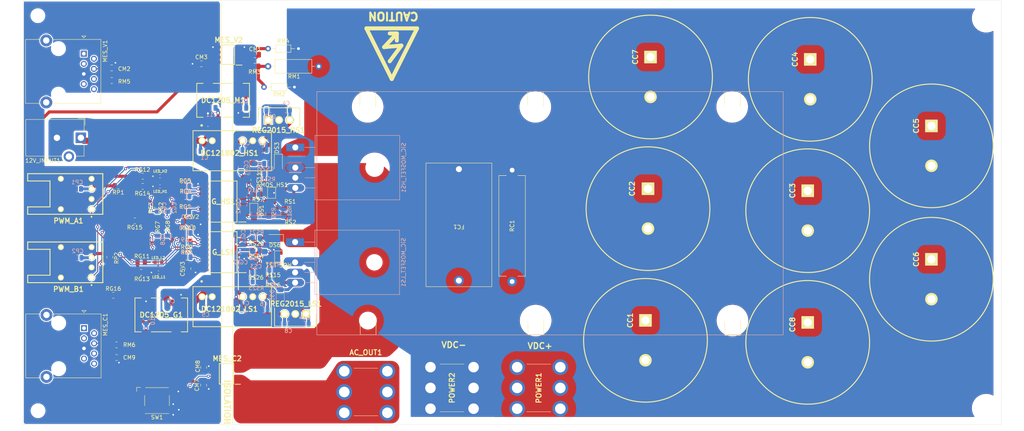
<source format=kicad_pcb>
(kicad_pcb (version 20211014) (generator pcbnew)
  (layers (0 "F.Cu" signal) (31 "B.Cu" signal) (34 "B.Paste" user) (35 "F.Paste" user) (36 "B.SilkS" user "B.Silkscreen") (37 "F.SilkS" user "F.Silkscreen") (38 "B.Mask" user) (39 "F.Mask" user) (44 "Edge.Cuts" user))
  (net 0 "")
  (net 1 "/Power/12VDC")
  (net 2 "/Power/GND12")
  (net 3 "Net-(RM6-Pad2)")
  (net 4 "Net-(PWM_B1-Pad3)")
  (net 5 "/Gate_driver/GND5V_G")
  (net 6 "/Gate_driver/FLT_LS")
  (net 7 "/Gate_driver/RDY_LS")
  (net 8 "/Gate_driver/FLT_HS")
  (net 9 "/Gate_driver/RDY_HS")
  (net 10 "/Gate_driver/VDD_HS")
  (net 11 "/Gate_driver/5V_DC")
  (net 12 "/Gate_driver/VDD_LS")
  (net 13 "/Measurement/GND5V_M")
  (net 14 "/Measurement/5VDC_M")
  (net 15 "/Measurement/VDC+")
  (net 16 "/Gate_driver/RST_HS")
  (net 17 "Net-(CG4-Pad1)")
  (net 18 "Net-(CG5-Pad1)")
  (net 19 "Net-(CG9-Pad1)")
  (net 20 "Net-(CG10-Pad1)")
  (net 21 "Net-(CM1-Pad1)")
  (net 22 "/Measurement/MES_VP")
  (net 23 "/Gate_driver/OC_HS")
  (net 24 "Net-(CS2-Pad1)")
  (net 25 "/Gate_driver/OC_LS")
  (net 26 "Net-(CS4-Pad1)")
  (net 27 "Net-(DS3-Pad2)")
  (net 28 "Net-(DS6-Pad2)")
  (net 29 "/Power/GND_H_HS")
  (net 30 "/Gate_driver/CLMPE_HS")
  (net 31 "/Gate_driver/OUTL_HS")
  (net 32 "/Gate_driver/OUTH_HS")
  (net 33 "/Power/GND_H_LS")
  (net 35 "/Gate_driver/CLMPE_LS")
  (net 36 "/Gate_driver/OUTL_LS")
  (net 37 "/Gate_driver/OUTH_LS")
  (net 39 "Net-(MOS_HS1-Pad1)")
  (net 40 "/Gate_driver/PWM_A")
  (net 41 "/Gate_driver/PWM_B")
  (net 42 "Net-(RS10-Pad1)")
  (net 43 "Net-(RS24-Pad1)")
  (net 44 "Net-(MOS_LS1-Pad1)")
  (net 45 "/Measurement/MES_C")
  (net 48 "/Power/18VDC_HS")
  (net 49 "/Gate_driver/-2.5VDC_HS")
  (net 50 "/Power/18VDC_LS")
  (net 51 "/Gate_driver/-2.5VDC_LS")
  (net 52 "Net-(RG15-Pad2)")
  (net 53 "Net-(CP1-Pad1)")
  (net 54 "Net-(LED_H1-Pad2)")
  (net 55 "Net-(LED_H2-Pad2)")
  (net 56 "Net-(LED_L1-Pad2)")
  (net 57 "Net-(LED_L2-Pad2)")
  (net 58 "/Measurement/VDC-")
  (net 59 "/Measurement/AC_PIN")
  (net 60 "Net-(CM8-Pad2)")
  (net 61 "/Measurement/AC_OUT")
  (net 74 "Net-(CM1-Pad2)")
  (net 75 "Net-(MES_V2-Pad7)")
  (net 76 "Net-(RM1-Pad2)")
  (footprint "EET-UQ2V471DA:CAPPRD1000W190D3100H3700" (layer "F.Cu") (at 174.371 75.772 -90)
    (fp_text reference "CC2")
    (fp_text value "381LX" hide)
  )
  (footprint "EET-UQ2V471DA:CAPPRD1000W190D3100H3700" (layer "F.Cu") (at 214.376 76.28 -90)
    (fp_text reference "CC3")
    (fp_text value "381LX" hide)
  )
  (footprint "EET-UQ2V471DA:CAPPRD1000W190D3100H3700" (layer "F.Cu") (at 215.011 43.34 -90)
    (fp_text reference "CC4")
    (fp_text value "381LX" hide)
  )
  (footprint "EET-UQ2V471DA:CAPPRD1000W190D3100H3700" (layer "F.Cu") (at 245.364 60.024 -90)
    (fp_text reference "CC5")
    (fp_text value "381LX" hide)
  )
  (footprint "EET-UQ2V471DA:CAPPRD1000W190D3100H3700" (layer "F.Cu") (at 245.364 93.472 -90)
    (fp_text reference "CC6")
    (fp_text value "381LX" hide)
  )
  (footprint "EET-UQ2V471DA:CAPPRD1000W190D3100H3700" (layer "F.Cu") (at 175.006 42.752 -90)
    (fp_text reference "CC7")
    (fp_text value "381LX" hide)
  )
  (footprint "EET-UQ2V471DA:CAPPRD1000W190D3100H3700" (layer "F.Cu") (at 214.376 109.3 -90)
    (fp_text reference "CC8")
    (fp_text value "381LX" hide)
  )
  (footprint "MGJ2D121505SC:MGJ2D_7-PIN-SIP" (layer "F.Cu") (at 60.405 61.214)
    (fp_text reference "DC121802_HS1")
    (fp_text value "MGJ2D121802SC" hide)
  )
  (footprint "MGJ2D121505SC:MGJ2D_7-PIN-SIP" (layer "F.Cu") (at 60.405 100.328)
    (fp_text reference "DC121802_LS1")
    (fp_text value "MGJ2D121802SC" hide)
  )
  (footprint "UCC21732DW:SOIC127P1030X265-16N" (layer "F.Cu") (at 68.025 78.994 180)
    (fp_text reference "G_HS1")
    (fp_text value "UCC21732DW" hide)
  )
  (footprint "UCC21732DW:SOIC127P1030X265-16N" (layer "F.Cu") (at 68.025 91.694 180)
    (fp_text reference "G_LS1")
    (fp_text value "UCC21732DW" hide)
  )
  (footprint "L78M15ABV:TO270P460X1020X2008-3P" (layer "F.Cu") (at 79.262 58.547)
    (fp_text reference "REG2015_HS1")
    (fp_text value "L78M15ABV" hide)
  )
  (footprint "L78M15ABV:TO270P460X1020X2008-3P" (layer "F.Cu") (at 88.726 107.188 180)
    (fp_text reference "REG2015_LS1")
    (fp_text value "L78M15ABV" hide)
  )
  (footprint "Button_Switch_SMD:SW_SPST_Omron_B3FS-105xP" (layer "F.Cu") (at 51.388 128.905)
    (fp_text reference "SW1")
    (fp_text value "SW_Push")
  )
  (footprint "Resistor_SMD:R_0805_2012Metric" (layer "F.Cu") (at 58.5 81.534 180)
    (fp_text reference "RG1")
    (fp_text value "10k")
  )
  (footprint "Resistor_SMD:R_0805_2012Metric" (layer "F.Cu") (at 54.049 80.584 90)
    (fp_text reference "RG2")
    (fp_text value "10k")
  )
  (footprint "Resistor_SMD:R_0805_2012Metric" (layer "F.Cu") (at 58.571 75.184 180)
    (fp_text reference "RG5")
    (fp_text value "100")
  )
  (footprint "Resistor_SMD:R_0805_2012Metric" (layer "F.Cu") (at 51.509 88.4765 -90)
    (fp_text reference "RG7")
    (fp_text value "10k")
  )
  (footprint "Resistor_SMD:R_0805_2012Metric" (layer "F.Cu") (at 54.049 88.4765 -90)
    (fp_text reference "RG8")
    (fp_text value "10k")
  )
  (footprint "Resistor_SMD:R_0805_2012Metric" (layer "F.Cu") (at 47.4245 94.234)
    (fp_text reference "RG11")
    (fp_text value "200")
  )
  (footprint "Resistor_SMD:R_0805_2012Metric" (layer "F.Cu") (at 47.8145 72.644)
    (fp_text reference "RG12")
    (fp_text value "200")
  )
  (footprint "Resistor_SMD:R_0805_2012Metric" (layer "F.Cu") (at 47.4245 96.774)
    (fp_text reference "RG13")
    (fp_text value "200")
  )
  (footprint "Resistor_SMD:R_0805_2012Metric" (layer "F.Cu") (at 47.8145 75.184)
    (fp_text reference "RG14")
    (fp_text value "200")
  )
  (footprint "Resistor_SMD:R_0805_2012Metric" (layer "F.Cu") (at 45.8235 83.82 180)
    (fp_text reference "RG15")
    (fp_text value "100")
  )
  (footprint "AFBR-1528CZ:AFBR1528CZ" (layer "F.Cu") (at 35 80.899 -90)
    (fp_text reference "PWM_A1")
    (fp_text value "AFBR-1528CZ" hide)
  )
  (footprint "AFBR-1528CZ:AFBR1528CZ" (layer "F.Cu") (at 35.005 98.044 -90)
    (fp_text reference "PWM_B1")
    (fp_text value "AFBR-1528CZ" hide)
  )
  (footprint "Connector_BarrelJack:BarrelJack_CUI_PJ-102AH_Horizontal" (layer "F.Cu") (at 32.315 63.004 -90)
    (fp_text reference "12V_INPUT1")
    (fp_text value "Barrel_Jack_FC681465P")
  )
  (footprint "EET-UQ2V471DA:CAPPRD1000W190D3100H3700" (layer "F.Cu") (at 173.736 108.792 -90)
    (fp_text reference "CC1")
    (fp_text value "381LX" hide)
  )
  (footprint "Resistor_SMD:R_0805_2012Metric" (layer "F.Cu") (at 51.509 80.584 90)
    (fp_text reference "RG3")
    (fp_text value "10k")
  )
  (footprint "Resistor_SMD:R_0805_2012Metric" (layer "F.Cu") (at 58.571 77.724 180)
    (fp_text reference "RG4")
    (fp_text value "100")
  )
  (footprint "Resistor_SMD:R_0805_2012Metric" (layer "F.Cu") (at 58.8575 89.027 180)
    (fp_text reference "RG9")
    (fp_text value "100")
  )
  (footprint "Resistor_SMD:R_0805_2012Metric" (layer "F.Cu") (at 58.8575 86.868 180)
    (fp_text reference "RG10")
    (fp_text value "100")
  )
  (footprint "Resistor_SMD:R_0805_2012Metric" (layer "F.Cu") (at 75.8755 45.085)
    (fp_text reference "RM3")
    (fp_text value "20")
  )
  (footprint "Resistor_SMD:R_0805_2012Metric" (layer "F.Cu") (at 76.2565 88.138 180)
    (fp_text reference "RS25")
    (fp_text value "33")
  )
  (footprint "Capacitor_SMD:C_0805_2012Metric" (layer "F.Cu") (at 63.072 120.589 -90)
    (fp_text reference "CM8")
    (fp_text value "1nF")
  )
  (footprint "Library:SI8921" (layer "F.Cu") (at 69.215 42.164 180)
    (fp_text reference "MES_V2")
    (fp_text value "SI8921BB-IS" hide)
  )
  (footprint "Library:PDSE2S24S24M" (layer "F.Cu") (at 67.945 53.594)
    (fp_text reference "DC1205_M1")
    (fp_text value "PDSE2-S24-S24-M" hide)
  )
  (footprint "Diode_SMD:D_SMF" (layer "F.Cu") (at 81.788 69.395 -90)
    (fp_text reference "DS3")
    (fp_text value "D")
  )
  (footprint "Resistor_THT:R_Axial_DIN0309_L9.0mm_D3.2mm_P12.70mm_Horizontal" (layer "F.Cu") (at 91.901 45.085 180)
    (fp_text reference "RM1")
    (fp_text value "100k")
  )
  (footprint "Resistor_THT:R_Axial_Power_L25.0mm_W6.4mm_P27.94mm" (layer "F.Cu") (at 140.335 99.06 90)
    (fp_text reference "RC1")
    (fp_text value "20k")
  )
  (footprint "Library:LED_SML-D12V1WT86" (layer "F.Cu") (at 52.134 75.184)
    (fp_text reference "LED_H1")
    (fp_text value "LED")
  )
  (footprint "Library:8196" (layer "F.Cu") (at 152.405 130.94 90)
    (fp_text reference "POWER1")
    (fp_text value "8196" hide)
  )
  (footprint "Connector_RJ:RJ45_Ninigi_GE" (layer "F.Cu") (at 33.1 110.744 -90)
    (fp_text reference "MES_C1")
    (fp_text value "RJ45")
  )
  (footprint "Resistor_SMD:R_0805_2012Metric" (layer "F.Cu") (at 84.7325 80.264 180)
    (fp_text reference "RS1")
    (fp_text value "4.7")
  )
  (footprint "MountingHole:MountingHole_3.2mm_M3" (layer "F.Cu") (at 21.543 32.385)
    (fp_text reference "REF**" hide)
    (fp_text value "MountingHole_3.2mm_M3")
  )
  (footprint "Capacitor_SMD:C_0805_2012Metric" (layer "F.Cu") (at 40.024 45.466)
    (fp_text reference "CM2")
    (fp_text value "40pF")
  )
  (footprint "Resistor_SMD:R_0805_2012Metric" (layer "F.Cu") (at 76.6375 77.089 180)
    (fp_text reference "RS7")
    (fp_text value "2")
  )
  (footprint "Resistor_THT:R_Axial_DIN0204_L3.6mm_D1.6mm_P7.62mm_Horizontal" (layer "F.Cu") (at 78.185 50.292)
    (fp_text reference "RM2")
    (fp_text value "20")
  )
  (footprint "Library:2N7002KW-AU" (layer "F.Cu") (at 80.09 75.129)
    (fp_text reference "MOS_HS1")
    (fp_text value "2N7002KW-AU")
  )
  (footprint "" (layer "F.Cu") (at 146.1516 55.245)
    (fp_text reference "")
    (fp_text value "")
  )
  (footprint "Library:ACHS-7124-000E" (layer "F.Cu") (at 68.787 122.174 180)
    (fp_text reference "MES_C2")
    (fp_text value "ACHS-7124-000E" hide)
  )
  (footprint "Library:2N7002KW-AU" (layer "F.Cu") (at 81.853 94.416 180)
    (fp_text reference "MOS_LS1")
    (fp_text value "2N7002KW-AU")
  )
  (footprint "Resistor_SMD:R_0805_2012Metric" (layer "F.Cu") (at 76.1765 91.313 180)
    (fp_text reference "RS24")
    (fp_text value "11.8k")
  )
  (footprint "Library:8196" (layer "F.Cu") (at 130.683 130.937 90)
    (fp_text reference "POWER2")
    (fp_text value "8196" hide)
  )
  (footprint "MountingHole:MountingHole_3.2mm_M3" (layer "F.Cu") (at 21.59 131.445)
    (fp_text reference "REF**" hide)
    (fp_text value "MountingHole_3.2mm_M3")
  )
  (footprint "Resistor_SMD:R_0805_2012Metric" (layer "F.Cu") (at 41.228 114.935)
    (fp_text reference "RM6")
    (fp_text value "100")
  )
  (footprint "Library:106MMR250K" (layer "F.Cu") (at 127 84.836 180)
    (fp_text reference "FC1")
    (fp_text value "106MMR250K")
  )
  (footprint "Resistor_SMD:R_0805_2012Metric" (layer "F.Cu") (at 80.4475 98.679 180)
    (fp_text reference "RS16")
    (fp_text value "4.7")
  )
  (footprint "Resistor_SMD:R_0805_2012Metric" (layer "F.Cu") (at 76.1765 96.647 180)
    (fp_text reference "RS26")
    (fp_text value "3k")
  )
  (footprint "" (layer "F.Cu") (at 104.14 55.245)
    (fp_text reference "")
    (fp_text value "")
  )
  (footprint "Capacitor_SMD:C_0805_2012Metric" (layer "F.Cu") (at 62.503 44.45)
    (fp_text reference "CM3")
    (fp_text value "100nF")
  )
  (footprint "Resistor_SMD:R_0805_2012Metric" (layer "F.Cu") (at 80.4475 96.139 180)
    (fp_text reference "RS15")
    (fp_text value "4.7")
  )
  (footprint "Resistor_SMD:R_0805_2012Metric" (layer "F.Cu") (at 39.577 92.9405 90)
    (fp_text reference "RP2")
    (fp_text value "2.7")
  )
  (footprint "Capacitor_SMD:C_0805_2012Metric" (layer "F.Cu") (at 75.965 42.164 180)
    (fp_text reference "CM1")
    (fp_text value "10nF")
  )
  (footprint "Library:LED_SML-D12V1WT86" (layer "F.Cu") (at 51.753 94.234)
    (fp_text reference "LED_L2")
    (fp_text value "LED")
  )
  (footprint "Diode_SMD:D_SMF" (layer "F.Cu") (at 80.778 88.265 180)
    (fp_text reference "DS6")
    (fp_text value "D")
  )
  (footprint "Diode_SMD:D_SMF" (layer "F.Cu") (at 75.645 81.714 -90)
    (fp_text reference "DS1")
    (fp_text value "SD")
  )
  (footprint "Resistor_THT:R_Axial_DIN0204_L3.6mm_D1.6mm_P7.62mm_Horizontal" (layer "F.Cu") (at 79.201 40.64)
    (fp_text reference "RM4")
    (fp_text value "20")
  )
  (footprint "Resistor_SMD:R_0805_2012Metric" (layer "F.Cu") (at 84.8125 82.804 180)
    (fp_text reference "RS2")
    (fp_text value "4.7")
  )
  (footprint "Library:LED_SML-D12V1WT86" (layer "F.Cu") (at 52.134 72.644)
    (fp_text reference "LED_H2")
    (fp_text value "LED")
  )
  (footprint "Library:8196" (layer "F.Cu") (at 109.093 131.956 90)
    (fp_text reference "AC_OUT1")
    (fp_text value "8196" hide)
  )
  (footprint "Library:LED_SML-D12V1WT86" (layer "F.Cu") (at 51.753 96.774)
    (fp_text reference "LED_L1")
    (fp_text value "LED")
  )
  (footprint "Library:PDSE2S24S24M" (layer "F.Cu") (at 52.451 107.412 180)
    (fp_text reference "DC1205_G1")
    (fp_text value "PDSE2-S24-S24-M" hide)
  )
  (footprint "Capacitor_SMD:C_0805_2012Metric" (layer "F.Cu") (at 41.2655 118.11 180)
    (fp_text reference "CM9")
    (fp_text value "100pF")
  )
  (footprint "" (layer "F.Cu") (at 146.2266 108.839)
    (fp_text reference "")
    (fp_text value "")
  )
  (footprint "MountingHole:MountingHole_3.2mm_M3" (layer "F.Cu") (at 259.08 33.02)
    (fp_text reference "REF**" hide)
    (fp_text value "MountingHole_3.2mm_M3")
  )
  (footprint "Resistor_SMD:R_0805_2012Metric" (layer "F.Cu") (at 40.4425 102.489)
    (fp_text reference "RG16")
    (fp_text value "5k")
  )
  (footprint "" (layer "F.Cu") (at 195.453 55.245)
    (fp_text reference "")
    (fp_text value "")
  )
  (footprint "" (layer "F.Cu") (at 104.215 108.839)
    (fp_text reference "")
    (fp_text value "")
  )
  (footprint "Capacitor_SMD:C_0805_2012Metric" (layer "F.Cu") (at 60.09 84.074)
    (fp_text reference "C5V2")
    (fp_text value "100nF")
  )
  (footprint "MountingHole:MountingHole_3.2mm_M3" (layer "F.Cu") (at 259.08 130.81)
    (fp_text reference "REF**" hide)
    (fp_text value "MountingHole_3.2mm_M3")
  )
  (footprint "Resistor_SMD:R_0805_2012Metric" (layer "F.Cu") (at 41.7125 75.057 180)
    (fp_text reference "RP1")
    (fp_text value "2.7")
  )
  (footprint "Capacitor_SMD:C_0805_2012Metric" (layer "F.Cu") (at 59.135 95.824 -90)
    (fp_text reference "C5V3")
    (fp_text value "100nF")
  )
  (footprint "Resistor_SMD:R_0805_2012Metric" (layer "F.Cu") (at 58.85 92.964 180)
    (fp_text reference "RG6")
    (fp_text value "10k")
  )
  (footprint "Connector_RJ:RJ45_Ninigi_GE" (layer "F.Cu") (at 33.048 41.91 -90)
    (fp_text reference "MES_V1")
    (fp_text value "RJ45")
  )
  (footprint "Resistor_SMD:R_0805_2012Metric" (layer "F.Cu") (at 75.645 73.5565 -90)
    (fp_text reference "RS11")
    (fp_text value "33")
  )
  (footprint "" (layer "F.Cu") (at 195.528 108.839)
    (fp_text reference "")
    (fp_text value "")
  )
  (footprint "Resistor_SMD:R_0805_2012Metric" (layer "F.Cu") (at 40.0615 48.641)
    (fp_text reference "RM5")
    (fp_text value "10k")
  )
  (footprint "Capacitor_SMD:C_0805_2012Metric" (layer "F.Cu") (at 63.072 125.029 90)
    (fp_text reference "CM7")
    (fp_text value "1uF")
  )
  (footprint "Capacitor_SMD:C_0805_2012Metric" (layer "B.Cu") (at 63.26 66.294)
    (fp_text reference "C1")
    (fp_text value "10uF")
  )
  (footprint "Capacitor_SMD:C_0805_2012Metric" (layer "B.Cu") (at 63.58 105.664)
    (fp_text reference "C5")
    (fp_text value "10uF")
  )
  (footprint "Capacitor_SMD:C_0805_2012Metric" (layer "B.Cu") (at 54.93 105.664 180)
    (fp_text reference "C9")
    (fp_text value "2.2uF")
  )
  (footprint "Capacitor_SMD:C_0805_2012Metric" (layer "B.Cu") (at 48.641 108.524 90)
    (fp_text reference "C10")
    (fp_text value "10uF")
  )
  (footprint "Capacitor_SMD:C_0805_2012Metric" (layer "B.Cu") (at 65.09 55.499)
    (fp_text reference "C11")
    (fp_text value "2.2uF")
  )
  (footprint "Capacitor_SMD:C_0805_2012Metric" (layer "B.Cu") (at 72.79 55.499 180)
    (fp_text reference "C12")
    (fp_text value "10uF")
  )
  (footprint "Capacitor_SMD:C_0805_2012Metric" (layer "B.Cu") (at 58.82 84.074)
    (fp_text reference "CG0")
    (fp_text value "16nF")
  )
  (footprint "Capacitor_SMD:C_0805_2012Metric" (layer "B.Cu") (at 58.5 81.534 180)
    (fp_text reference "CG1")
    (fp_text value "100pF")
  )
  (footprint "Capacitor_SMD:C_0805_2012Metric" (layer "B.Cu") (at 54.049 80.584 90)
    (fp_text reference "CG2")
    (fp_text value "100pF")
  )
  (footprint "Capacitor_SMD:C_0805_2012Metric" (layer "B.Cu") (at 58.571 75.184 180)
    (fp_text reference "CG5")
    (fp_text value "100pF")
  )
  (footprint "Capacitor_SMD:C_0805_2012Metric" (layer "B.Cu") (at 51.509 88.4765 -90)
    (fp_text reference "CG7")
    (fp_text value "100pF")
  )
  (footprint "Capacitor_SMD:C_0805_2012Metric" (layer "B.Cu") (at 54.049 88.4765 -90)
    (fp_text reference "CG8")
    (fp_text value "100pF")
  )
  (footprint "Capacitor_SMD:C_0805_2012Metric" (layer "B.Cu") (at 77.865 66.04 180)
    (fp_text reference "C2")
    (fp_text value "10uF")
  )
  (footprint "Capacitor_SMD:C_0805_2012Metric" (layer "B.Cu") (at 73.74 66.04 180)
    (fp_text reference "C3")
    (fp_text value "10uF")
  )
  (footprint "Capacitor_SMD:C_0805_2012Metric" (layer "B.Cu") (at 83.707 56.007 180)
    (fp_text reference "C4")
    (fp_text value "0.1uF")
  )
  (footprint "Capacitor_SMD:C_0805_2012Metric" (layer "B.Cu") (at 78.124 106.172 180)
    (fp_text reference "C6")
    (fp_text value "10uF")
  )
  (footprint "Capacitor_SMD:C_0805_2012Metric" (layer "B.Cu") (at 73.552 106.172 180)
    (fp_text reference "C7")
    (fp_text value "10uF")
  )
  (footprint "Capacitor_SMD:C_0805_2012Metric" (layer "B.Cu") (at 84.286 109.728)
    (fp_text reference "C8")
    (fp_text value "0.1uF")
  )
  (footprint "Capacitor_SMD:C_0805_2012Metric" (layer "B.Cu") (at 51.509 80.584 90)
    (fp_text reference "CG3")
    (fp_text value "100pF")
  )
  (footprint "Capacitor_SMD:C_0805_2012Metric" (layer "B.Cu") (at 58.571 77.724 180)
    (fp_text reference "CG4")
    (fp_text value "100pF")
  )
  (footprint "Capacitor_SMD:C_0805_2012Metric" (layer "B.Cu") (at 58.8575 89.789 180)
    (fp_text reference "CG9")
    (fp_text value "100pF")
  )
  (footprint "Capacitor_SMD:C_0805_2012Metric" (layer "B.Cu") (at 58.8575 86.868 180)
    (fp_text reference "CG10")
    (fp_text value "100pF")
  )
  (footprint "Package_TO_SOT_THT:TO-247-4_Horizontal_TabUp" (layer "B.Cu") (at 85.98 89.154 -90)
    (fp_text reference "SiC_MOSFET_LS1")
    (fp_text value "C3M0120065K")
  )
  (footprint "Capacitor_SMD:C_0805_2012Metric" (layer "B.Cu") (at 80.471 98.679)
    (fp_text reference "CS4")
    (fp_text value "4.7nF")
  )
  (footprint "Capacitor_SMD:C_0805_2012Metric" (layer "B.Cu") (at 79.742 56.007)
    (fp_text reference "C13")
    (fp_text value "0.33uF")
  )
  (footprint "Capacitor_SMD:C_0805_2012Metric" (layer "B.Cu") (at 72.282 92.837)
    (fp_text reference "CGL2")
    (fp_text value "10uF")
  )
  (footprint "Resistor_SMD:R_0805_2012Metric" (layer "B.Cu") (at 76.2565 88.138 180)
    (fp_text reference "RS21")
    (fp_text value "2")
  )
  (footprint "Resistor_SMD:R_0805_2012Metric" (layer "B.Cu") (at 76.2565 99.06)
    (fp_text reference "RS23")
    (fp_text value "732")
  )
  (footprint "Capacitor_SMD:C_0805_2012Metric" (layer "B.Cu") (at 76.219 96.647)
    (fp_text reference "CS3")
    (fp_text value "55pF")
  )
  (footprint "Resistor_SMD:R_0805_2012Metric" (layer "B.Cu") (at 79.1775 72.009)
    (fp_text reference "RS13")
    (fp_text value "5k")
  )
  (footprint "Capacitor_SMD:C_0805_2012Metric" (layer "B.Cu") (at 58.82 92.964 180)
    (fp_text reference "CG6")
    (fp_text value "100pF")
  )
  (footprint "Capacitor_SMD:C_0805_2012Metric" (layer "B.Cu") (at 75.645 81.8915 90)
    (fp_text reference "CS1")
    (fp_text value "55pF")
  )
  (footprint "Diode_SMD:D_SMF" (layer "B.Cu") (at 82.249 102.542 -90)
    (fp_text reference "DS5")
    (fp_text value "D")
  )
  (footprint "Resistor_SMD:R_0805_2012Metric" (layer "B.Cu") (at 83.185 81.8915 -90)
    (fp_text reference "RS12")
    (fp_text value "3k")
  )
  (footprint "Diode_SMD:D_SMF" (layer "B.Cu") (at 75.645 70.919 -90)
    (fp_text reference "DS2")
    (fp_text value "SD")
  )
  (footprint "Diode_SMD:D_SMF" (layer "B.Cu") (at 76.841 91.567)
    (fp_text reference "DS4")
    (fp_text value "D")
  )
  (footprint "Capacitor_SMD:C_0805_2012Metric" (layer "B.Cu") (at 88.411 109.728 180)
    (fp_text reference "C14")
    (fp_text value "0.33uF")
  )
  (footprint "Capacitor_SMD:C_0805_2012Metric" (layer "B.Cu") (at 79.201 69.469)
    (fp_text reference "CS2")
    (fp_text value "4.7nF")
  )
  (footprint "Capacitor_SMD:C_0805_2012Metric" (layer "B.Cu") (at 73.105 79.944 -90)
    (fp_text reference "CGH2")
    (fp_text value "10uF")
  )
  (footprint "Resistor_SMD:R_0805_2012Metric" (layer "B.Cu") (at 80.471 96.139)
    (fp_text reference "RS27")
    (fp_text value "5k")
  )
  (footprint "Capacitor_SMD:C_0805_2012Metric" (layer "B.Cu") (at 31.388 75.819 180)
    (fp_text reference "CP1")
    (fp_text value "0.1uF")
  )
  (footprint "Capacitor_SMD:C_0805_2012Metric" (layer "B.Cu") (at 31.515 93.091 180)
    (fp_text reference "CP2")
    (fp_text value "0.1uF")
  )
  (footprint "Resistor_SMD:R_0805_2012Metric" (layer "B.Cu") (at 76.0025 77.3665 180)
    (fp_text reference "RS10")
    (fp_text value "11.8k")
  )
  (footprint "Resistor_SMD:R_0805_2012Metric" (layer "B.Cu") (at 79.375 81.8915 90)
    (fp_text reference "RS9")
    (fp_text value "732")
  )
  (footprint "Capacitor_SMD:C_0805_2012Metric" (layer "B.Cu") (at 71.581 87.691 90)
    (fp_text reference "CGL1")
    (fp_text value "10uF")
  )
  (footprint "Package_TO_SOT_THT:TO-247-4_Horizontal_TabUp" (layer "B.Cu") (at 86.027 65.405 -90)
    (fp_text reference "SiC_MOSFET_HS1")
    (fp_text value "C3M0120065K")
  )
  (footprint "Capacitor_SMD:C_0805_2012Metric" (layer "B.Cu") (at 72.47 70.424 90)
    (fp_text reference "CGH1")
    (fp_text value "10uF")
  )
  (gr_rect (start 91.433 51.435) (end 208.233 112.435) (layer "B.SilkS") (width 0.12) (fill none))
  (gr_line (start 109.681 36.83) (end 111.459 36.83) (layer "F.SilkS") (width 1))
  (gr_line (start 67.437 29.21) (end 67.564 134.747) (layer "F.SilkS") (width 0.12))
  (gr_line (start 112.602 39.878) (end 108.284 40.259) (layer "F.SilkS") (width 1))
  (gr_line (start 70.565 85.979) (end 88.011 85.979) (layer "F.SilkS") (width 0.12))
  (gr_line (start 111.459 36.83) (end 111.459 38.608) (layer "F.SilkS") (width 1))
  (gr_line (start 111.459 38.1) (end 111.459 36.83) (layer "F.SilkS") (width 0.12))
  (gr_line (start 108.284 40.259) (end 111.459 36.83) (layer "F.SilkS") (width 1))
  (gr_line (start 70.358 42.418) (end 70.358 134.747) (layer "F.SilkS") (width 0.12))
  (gr_line (start 116.539 35.56) (end 103.839 35.56) (layer "F.SilkS") (width 1))
  (gr_rect (start 193.525 51.435) (end 197.485 55.245) (layer "F.SilkS") (width 0.12) (fill none))
  (gr_rect (start 102.287 108.585) (end 106.247 112.395) (layer "F.SilkS") (width 0.12) (fill none))
  (gr_line (start 110.189 48.26) (end 116.539 35.56) (layer "F.SilkS") (width 1))
  (gr_rect (start 144.2986 108.585) (end 148.2586 112.395) (layer "F.SilkS") (width 0.12) (fill none))
  (gr_rect (start 144.2236 51.435) (end 148.1836 55.245) (layer "F.SilkS") (width 0.12) (fill none))
  (gr_rect (start 193.6 108.712) (end 197.56 112.522) (layer "F.SilkS") (width 0.12) (fill none))
  (gr_line (start 70.565 84.709) (end 88.011 84.709) (layer "F.SilkS") (width 0.12))
  (gr_line (start 103.839 35.56) (end 110.189 48.26) (layer "F.SilkS") (width 1))
  (gr_line (start 109.681 43.815) (end 112.602 39.878) (layer "F.SilkS") (width 1))
  (gr_line (start 68.025 61.214) (end 71.835 61.214) (layer "F.SilkS") (width 0.12))
  (gr_rect (start 102.212 51.435) (end 106.172 55.245) (layer "F.SilkS") (width 0.12) (fill none))
  (gr_line (start 71.835 60.96) (end 71.2 60.96) (layer "F.SilkS") (width 0.12))
  (gr_rect (start 262.89 28.575) (end 17.78 135.001) (layer "Edge.Cuts") (width 0.05) (fill none))
  (gr_text "CAUTION" (at 110.57 32.512 180) (layer "F.SilkS") (effects (font (size 2 2) (thickness 0.5))))
  (gr_text "VDC-" (at 125.73 114.935) (layer "F.SilkS") (effects (font (size 1.5 1.5) (thickness 0.3))))
  (gr_text "VDC+" (at 147.32 115.189) (layer "F.SilkS") (effects (font (size 1.5 1.5) (thickness 0.3))))
  (gr_text "ISOLATION" (at 68.961 129.286 270) (layer "F.SilkS") (effects (font (size 1.5 1.5) (thickness 0.3))))
  (segment (start 54.589511 104.373511) (end 60.651489 104.373511) (width 1.524) (layer "F.Cu") (net 1))
  (segment (start 54.229 104.013) (end 53.721 103.505) (width 1.524) (layer "F.Cu") (net 1))
  (segment (start 54.229 104.013) (end 54.589511 104.373511) (width 1.524) (layer "F.Cu") (net 1))
  (segment (start 66.04 67.23) (end 62.675 63.865) (width 1.524) (layer "F.Cu") (net 1))
  (segment (start 66.675 59.744) (end 62.675 63.744) (width 0.762) (layer "F.Cu") (net 1))
  (segment (start 66.675 58.644) (end 66.675 56.769) (width 0.762) (layer "F.Cu") (net 1))
  (segment (start 60.651489 104.373511) (end 66.04 98.985) (width 1.524) (layer "F.Cu") (net 1))
  (segment (start 62.675 63.68678) (end 62.675 63.744) (width 1.524) (layer "F.Cu") (net 1))
  (segment (start 66.04 98.985) (end 66.04 67.23) (width 1.524) (layer "F.Cu") (net 1))
  (segment (start 62.675 63.744) (end 33.055 63.744) (width 1.524) (layer "F.Cu") (net 1))
  (segment (start 53.721 103.505) (end 53.721 102.362) (width 1.524) (layer "F.Cu") (net 1))
  (segment (start 62.675 63.865) (end 62.675 63.744) (width 1.524) (layer "F.Cu") (net 1))
  (segment (start 66.675 58.644) (end 66.675 59.744) (width 0.762) (layer "F.Cu") (net 1))
  (segment (start 33.055 63.744) (end 32.315 63.004) (width 1.524) (layer "F.Cu") (net 1))
  (via (at 54.229 104.013) (size 1) (drill 0.5) (layers "F.Cu" "B.Cu") (net 1))
  (via (at 66.675 56.769) (size 1) (drill 0.5) (layers "F.Cu" "B.Cu") (net 1))
  (segment (start 62.31 66.294) (end 62.675 65.929) (width 0.245) (layer "B.Cu") (net 1))
  (segment (start 53.98 104.262) (end 54.229 104.013) (width 1.524) (layer "B.Cu") (net 1))
  (segment (start 62.31 64.109) (end 62.675 63.744) (width 0.762) (layer "B.Cu") (net 1))
  (segment (start 62.675 102.858) (end 62.675 105.619) (width 1.524) (layer "B.Cu") (net 1))
  (segment (start 66.675 56.134) (end 66.04 55.499) (width 0.762) (layer "B.Cu") (net 1))
  (segment (start 62.675 105.619) (end 62.63 105.664) (width 1.524) (layer "B.Cu") (net 1))
  (segment (start 66.675 56.769) (end 66.675 56.134) (width 0.762) (layer "B.Cu") (net 1))
  (segment (start 62.31 66.294) (end 62.31 64.109) (width 0.762) (layer "B.Cu") (net 1))
  (segment (start 53.98 105.664) (end 53.98 104.262) (width 1.524) (layer "B.Cu") (net 1))
  (segment (start 64.135 58.644) (end 64.135 56.896) (width 1.524) (layer "F.Cu") (net 2))
  (segment (start 56.261 102.362) (end 57.404 102.362) (width 0.762) (layer "F.Cu") (net 2))
  (via (at 64.135 56.896) (size 1) (drill 0.5) (layers "F.Cu" "B.Cu") (net 2))
  (via (at 57.404 102.362) (size 0.8) (drill 0.4) (layers "F.Cu" "B.Cu") (net 2))
  (segment (start 43.03752 115.83202) (end 43.03752 124.448542) (width 0.245) (layer "F.Cu") (net 3))
  (segment (start 43.03752 115.83202) (end 42.1405 114.935) (width 0.245) (layer "F.Cu") (net 3))
  (segment (start 65.962 122.809) (end 64.262 122.809) (width 0.25) (layer "F.Cu") (net 3))
  (segment (start 43.03752 124.448542) (end 46.265989 127.677011) (width 0.245) (layer "F.Cu") (net 3))
  (segment (start 57.060989 127.677011) (end 59.643 125.095) (width 0.245) (layer "F.Cu") (net 3))
  (segment (start 46.265989 127.677011) (end 57.060989 127.677011) (width 0.245) (layer "F.Cu") (net 3))
  (via (at 59.643 125.095) (size 0.8) (drill 0.4) (layers "F.Cu" "B.Cu") (net 3))
  (via (at 64.262 122.809) (size 0.8) (drill 0.4) (layers "F.Cu" "B.Cu") (net 3))
  (segment (start 61.929 122.809) (end 64.262 122.809) (width 0.245) (layer "B.Cu") (net 3))
  (segment (start 59.643 125.095) (end 61.929 122.809) (width 0.245) (layer "B.Cu") (net 3))
  (segment (start 39.577 92.028) (end 35.941 92.028) (width 0.762) (layer "F.Cu") (net 4))
  (segment (start 35.941 92.028) (end 35.005 92.964) (width 0.762) (layer "F.Cu") (net 4))
  (segment (start 32.465 93.091) (end 34.878 93.091) (width 0.762) (layer "B.Cu") (net 4))
  (segment (start 34.878 93.091) (end 35.005 92.964) (width 0.762) (layer "B.Cu") (net 4))
  (segment (start 61.675 84.709) (end 62.31 84.709) (width 0.762) (layer "F.Cu") (net 5))
  (segment (start 61.675 87.249) (end 63.3 87.249) (width 0.762) (layer "F.Cu") (net 5))
  (segment (start 42.2155 119.0275) (end 41.863 119.38) (width 0.762) (layer "F.Cu") (net 5))
  (segment (start 63.3 74.549) (end 61.675 74.549) (width 0.762) (layer "F.Cu") (net 5))
  (segment (start 55.388 126.655) (end 56.686 126.655) (width 0.762) (layer "F.Cu") (net 5))
  (segment (start 56.686 126.655) (end 56.722 126.619) (width 0.762) (layer "F.Cu") (net 5))
  (segment (start 40.974 45.466) (end 40.974 44.196) (width 0.762) (layer "F.Cu") (net 5))
  (segment (start 61.553 44.45) (end 60.278 44.45) (width 0.762) (layer "F.Cu") (net 5))
  (segment (start 65.962 120.269) (end 64.342 120.269) (width 0.762) (layer "F.Cu") (net 5))
  (segment (start 66.503 40.259) (end 65.405 40.259) (width 0.762) (layer "F.Cu") (net 5))
  (segment (start 48.641 102.362) (end 48.641 104.013) (width 0.762) (layer "F.Cu") (net 5))
  (segment (start 59.135 96.774) (end 61.04 96.774) (width 0.762) (layer "F.Cu") (net 5))
  (segment (start 61.04 84.074) (end 61.675 84.709) (width 0.762) (layer "F.Cu") (net 5))
  (segment (start 64.342 120.269) (end 63.712 119.639) (width 0.762) (layer "F.Cu") (net 5))
  (segment (start 64.337 125.979) (end 64.342 125.984) (width 0.762) (layer "F.Cu") (net 5))
  (segment (start 63.712 119.639) (end 63.072 119.639) (width 0.762) (layer "F.Cu") (net 5))
  (segment (start 66.503 41.529) (end 66.503 40.259) (width 0.762) (layer "F.Cu") (net 5))
  (segment (start 42.2155 118.11) (end 42.2155 119.0275) (width 0.762) (layer "F.Cu") (net 5))
  (segment (start 63.072 125.979) (end 64.337 125.979) (width 0.762) (layer "F.Cu") (net 5))
  (via (at 62.31 84.709) (size 0.8) (drill 0.4) (layers "F.Cu" "B.Cu") (net 5))
  (via (at 61.675 87.249) (size 0.8) (drill 0.4) (layers "F.Cu" "B.Cu") (net 5))
  (via (at 55.452 129.794) (size 0.8) (drill 0.4) (layers "F.Cu" "B.Cu") (net 5))
  (via (at 40.974 44.196) (size 0.8) (drill 0.4) (layers "F.Cu" "B.Cu") (net 5))
  (via (at 41.863 119.38) (size 0.8) (drill 0.4) (layers "F.Cu" "B.Cu") (net 5))
  (via (at 55.452 132.454502) (size 0.8) (drill 0.4) (layers "F.Cu" "B.Cu") (net 5))
  (via (at 61.04 96.774) (size 0.8) (drill 0.4) (layers "F.Cu" "B.Cu") (net 5))
  (via (at 60.278 44.45) (size 0.8) (drill 0.4) (layers "F.Cu" "B.Cu") (net 5))
  (via (at 48.641 104.013) (size 0.8) (drill 0.4) (layers "F.Cu" "B.Cu") (net 5))
  (via (at 65.405 40.259) (size 0.8) (drill 0.4) (layers "F.Cu" "B.Cu") (net 5))
  (via (at 56.849 131.191) (size 0.8) (drill 0.4) (layers "F.Cu" "B.Cu") (net 5))
  (via (at 56.722 126.619) (size 0.8) (drill 0.4) (layers "F.Cu" "B.Cu") (net 5))
  (via (at 64.342 120.269) (size 0.8) (drill 0.4) (layers "F.Cu" "B.Cu") (net 5))
  (via (at 61.675 74.549) (size 0.8) (drill 0.4) (layers "F.Cu" "B.Cu") (net 5))
  (via (at 64.342 125.984) (size 0.8) (drill 0.4) (layers "F.Cu" "B.Cu") (net 5))
  (segment (start 50.303319 90.482319) (end 50.303319 91.108359) (width 0.245) (layer "F.Cu") (net 6))
  (segment (start 60.405 91.059) (end 61.675 92.329) (width 0.245) (layer "F.Cu") (net 6))
  (segment (start 51.689 92.49404) (end 51.689 95.678) (width 0.245) (layer "F.Cu") (net 6))
  (segment (start 55.96 91.059) (end 60.405 91.059) (width 0.245) (layer "F.Cu") (net 6))
  (segment (start 53.68202 93.33698) (end 55.96 91.059) (width 0.245) (layer "F.Cu") (net 6))
  (segment (start 52.785 96.774) (end 53.68202 95.87698) (width 0.245) (layer "F.Cu") (net 6))
  (segment (start 51.689 95.678) (end 52.785 96.774) (width 0.245) (layer "F.Cu") (net 6))
  (segment (start 61.675 92.329) (end 63.3 92.329) (width 0.245) (layer "F.Cu") (net 6))
  (segment (start 53.68202 95.87698) (end 53.68202 93.33698) (width 0.245) (layer "F.Cu") (net 6))
  (segment (start 50.303319 91.108359) (end 51.689 92.49404) (width 0.245) (layer "F.Cu") (net 6))
  (segment (start 51.194 87.249) (end 50.245 87.249) (width 0.245) (layer "F.Cu") (net 6))
  (segment (start 51.509 87.564) (end 51.194 87.249) (width 0.245) (layer "F.Cu") (net 6))
  (via (at 50.303319 90.482319) (size 0.8) (drill 0.4) (layers "F.Cu" "B.Cu") (net 6))
  (via (at 50.245 87.249) (size 0.8) (drill 0.4) (layers "F.Cu" "B.Cu") (net 6))
  (segment (start 50.245 90.424) (end 50.245 87.249) (width 0.245) (layer "B.Cu") (net 6))
  (segment (start 50.303319 90.482319) (end 50.245 90.424) (width 0.245) (layer "B.Cu") (net 6))
  (segment (start 50.88 87.249) (end 50.245 87.249) (width 0.245) (layer "B.Cu") (net 6))
  (segment (start 51.509 87.5265) (end 51.1575 87.5265) (width 0.245) (layer "B.Cu") (net 6))
  (segment (start 51.1575 87.5265) (end 50.88 87.249) (width 0.245) (layer "B.Cu") (net 6))
  (segment (start 52.785 94.234) (end 52.785 92.964) (width 0.245) (layer "F.Cu") (net 7))
  (segment (start 54.049 86.370497) (end 54.049 87.564) (width 0.245) (layer "F.Cu") (net 7))
  (segment (start 52.785 92.964) (end 55.325 90.424) (width 0.245) (layer "F.Cu") (net 7))
  (segment (start 61.04 90.424) (end 55.325 90.424) (width 0.245) (layer "F.Cu") (net 7))
  (segment (start 53.928 86.249497) (end 54.049 86.370497) (width 0.245) (layer "F.Cu") (net 7))
  (segment (start 61.675 91.059) (end 63.3 91.059) (width 0.245) (layer "F.Cu") (net 7))
  (segment (start 61.675 91.059) (end 61.04 90.424) (width 0.245) (layer "F.Cu") (net 7))
  (via (at 55.325 90.424) (size 0.8) (drill 0.4) (layers "F.Cu" "B.Cu") (net 7))
  (via (at 53.928 86.249497) (size 0.8) (drill 0.4) (layers "F.Cu" "B.Cu") (net 7))
  (segment (start 55.325 88.8025) (end 54.049 87.5265) (width 0.245) (layer "B.Cu") (net 7))
  (segment (start 55.325 90.424) (end 55.325 88.8025) (width 0.245) (layer "B.Cu") (net 7))
  (segment (start 53.928 86.249497) (end 54.049 86.370497) (width 0.245) (layer "B.Cu") (net 7))
  (segment (start 54.049 86.370497) (end 54.049 87.5265) (width 0.245) (layer "B.Cu") (net 7))
  (segment (start 55.068468 78.488532) (end 53.175 76.595064) (width 0.245) (layer "F.Cu") (net 8))
  (segment (start 63.3 79.629) (end 61.675 79.629) (width 0.762) (layer "F.Cu") (net 8))
  (segment (start 56.208936 79.629) (end 61.675 79.629) (width 0.245) (layer "F.Cu") (net 8))
  (segment (start 55.068468 78.488532) (end 56.208936 79.629) (width 0.245) (layer "F.Cu") (net 8))
  (segment (start 53.928 82.804) (end 53.928 81.6175) (width 0.245) (layer "F.Cu") (net 8))
  (segment (start 53.175 76.595064) (end 53.175 75.184) (width 0.245) (layer "F.Cu") (net 8))
  (segment (start 53.928 81.6175) (end 54.049 81.4965) (width 0.245) (layer "F.Cu") (net 8))
  (via (at 55.068468 78.488532) (size 0.8) (drill 0.4) (layers "F.Cu" "B.Cu") (net 8))
  (via (at 53.928 82.804) (size 0.8) (drill 0.4) (layers "F.Cu" "B.Cu") (net 8))
  (segment (start 53.928 81.655) (end 54.049 81.534) (width 0.245) (layer "B.Cu") (net 8))
  (segment (start 55.09602 78.516084) (end 55.09602 80.48698) (width 0.245) (layer "B.Cu") (net 8))
  (segment (start 55.068468 78.488532) (end 55.09602 78.516084) (width 0.245) (layer "B.Cu") (net 8))
  (segment (start 53.928 82.804) (end 53.928 81.655) (width 0.245) (layer "B.Cu") (net 8))
  (segment (start 55.09602 80.48698) (end 54.049 81.534) (width 0.245) (layer "B.Cu") (net 8))
  (segment (start 52.195938 73.623062) (end 52.195938 75.773062) (width 0.245) (layer "F.Cu") (net 9))
  (segment (start 56.78548 79.18448) (end 54.07202 76.47102) (width 0.245) (layer "F.Cu") (net 9))
  (segment (start 54.07202 73.54102) (end 53.175 72.644) (width 0.245) (layer "F.Cu") (net 9))
  (segment (start 49.991 81.28) (end 50.2075 81.4965) (width 0.245) (layer "F.Cu") (net 9))
  (segment (start 52.195938 75.773062) (end 49.985819 77.983181) (width 0.245) (layer "F.Cu") (net 9))
  (segment (start 54.07202 76.47102) (end 54.07202 73.54102) (width 0.245) (layer "F.Cu") (net 9))
  (segment (start 50.2075 81.4965) (end 51.509 81.4965) (width 0.245) (layer "F.Cu") (net 9))
  (segment (start 53.175 72.644) (end 52.195938 73.623062) (width 0.245) (layer "F.Cu") (net 9))
  (segment (start 63.3 78.359) (end 61.675 78.359) (width 0.762) (layer "F.Cu") (net 9))
  (segment (start 60.84952 79.18448) (end 56.78548 79.18448) (width 0.245) (layer "F.Cu") (net 9))
  (segment (start 61.675 78.359) (end 60.84952 79.18448) (width 0.245) (layer "F.Cu") (net 9))
  (via (at 49.985819 77.983181) (size 0.8) (drill 0.4) (layers "F.Cu" "B.Cu") (net 9))
  (via (at 49.991 81.28) (size 0.8) (drill 0.4) (layers "F.Cu" "B.Cu") (net 9))
  (segment (start 49.991 81.28) (end 49.985819 81.274819) (width 0.245) (layer "B.Cu") (net 9))
  (segment (start 49.991 81.28) (end 50.245 81.534) (width 0.245) (layer "B.Cu") (net 9))
  (segment (start 50.245 81.534) (end 51.509 81.534) (width 0.245) (layer "B.Cu") (net 9))
  (segment (start 49.985819 81.274819) (end 49.985819 77.983181) (width 0.245) (layer "B.Cu") (net 9))
  (segment (start 84.662 59.483) (end 74.352265 69.792735) (width 0.762) (layer "F.Cu") (net 10))
  (segment (start 72.75 78.359) (end 73.74 78.359) (width 0.762) (layer "F.Cu") (net 10))
  (segment (start 73.74 78.359) (end 75.645 80.264) (width 0.762) (layer "F.Cu") (net 10))
  (segment (start 84.662 58.547) (end 84.662 59.483) (width 0.762) (layer "F.Cu") (net 10))
  (segment (start 74.352265 69.792735) (end 74.352265 74.8385) (width 0.762) (layer "F.Cu") (net 10))
  (segment (start 73.928032 78.565702) (end 73.72133 78.359) (width 0.762) (layer "F.Cu") (net 10))
  (segment (start 73.72133 78.359) (end 72.75 78.359) (width 0.762) (layer "F.Cu") (net 10))
  (via (at 73.928032 78.565702) (size 0.8) (drill 0.4) (layers "F.Cu" "B.Cu") (net 10))
  (via (at 74.352265 74.8385) (size 0.8) (drill 0.4) (layers "F.Cu" "B.Cu") (net 10))
  (segment (start 75.09 75.899) (end 75.09 77.3665) (width 0.762) (layer "B.Cu") (net 10))
  (segment (start 73.928032 78.565702) (end 73.928032 78.528468) (width 0.762) (layer "B.Cu") (net 10))
  (segment (start 73.928032 78.565702) (end 73.499734 78.994) (width 0.762) (layer "B.Cu") (net 10))
  (segment (start 84.657 58.542) (end 84.662 58.547) (width 0.762) (layer "B.Cu") (net 10))
  (segment (start 74.352265 75.161265) (end 75.09 75.899) (width 0.762) (layer "B.Cu") (net 10))
  (segment (start 84.657 56.007) (end 84.657 58.542) (width 0.762) (layer "B.Cu") (net 10))
  (segment (start 73.928032 78.528468) (end 75.09 77.3665) (width 0.762) (layer "B.Cu") (net 10))
  (segment (start 73.499734 78.994) (end 73.105 78.994) (width 0.762) (layer "B.Cu") (net 10))
  (segment (start 74.352265 74.8385) (end 74.352265 75.161265) (width 0.762) (layer "B.Cu") (net 10))
  (segment (start 46.902 75.184) (end 42.752 75.184) (width 0.762) (layer "F.Cu") (net 11))
  (segment (start 59.135 94.869) (end 58.547 94.869) (width 0.762) (layer "F.Cu") (net 11))
  (segment (start 57.5875 81.534) (end 57.5875 81.1295) (width 0.762) (layer "F.Cu") (net 11))
  (segment (start 45.242 98.044) (end 46.512 96.774) (width 0.762) (layer "F.Cu") (net 11))
  (segment (start 50.673 100.203) (end 50.673 107.696) (width 0.762) (layer "F.Cu") (net 11))
  (segment (start 51.509 79.6715) (end 50.2875 79.6715) (width 0.762) (layer "F.Cu") (net 11))
  (segment (start 54.049 89.389) (end 54.455 89.389) (width 0.762) (layer "F.Cu") (net 11))
  (segment (start 54.182 124.079) (end 48.641 118.538) (width 0.762) (layer "F.Cu") (net 11))
  (segment (start 57.5875 81.1295) (end 56.79002 80.33202) (width 0.762) (layer "F.Cu") (net 11))
  (segment (start 63.072 124.079) (end 54.182 124.079) (width 0.762) (layer "F.Cu") (net 11))
  (segment (start 42.625 98.044) (end 45.165 98.044) (width 0.762) (layer "F.Cu") (net 11))
  (segment (start 51.388 56.515) (end 63.453 44.45) (width 0.762) (layer "F.Cu") (net 11))
  (segment (start 41.355 98.679) (end 41.99 98.044) (width 0.762) (layer "F.Cu") (net 11))
  (segment (start 58.547 94.869) (end 54.737 98.679) (width 0.762) (layer "F.Cu") (net 11))
  (segment (start 57.9375 92.964) (end 57.9375 93.6715) (width 0.762) (layer "F.Cu") (net 11))
  (segment (start 55.32952 87.24448) (end 58.5 84.074) (width 0.762) (layer "F.Cu") (net 11))
  (segment (start 39.577 95.631) (end 41.99 98.044) (width 0.762) (layer "F.Cu") (net 11))
  (segment (start 46.512 94.234) (end 46.512 94.171968) (width 0.762) (layer "F.Cu") (net 11))
  (segment (start 39.577 93.853) (end 39.577 95.631) (width 0.762) (layer "F.Cu") (net 11))
  (segment (start 50.673 107.696) (end 48.641 109.728) (width 0.762) (layer "F.Cu") (net 11))
  (segment (start 59.135 94.869) (end 63.3 94.869) (width 0.762) (layer "F.Cu") (net 11))
  (segment (start 44.911 98.044) (end 43.895 98.044) (width 0.762) (layer "F.Cu") (net 11))
  (segment (start 50.01 89.389) (end 51.509 89.389) (width 0.762) (layer "F.Cu") (net 11))
  (segment (start 38.815 70.739) (end 22.94 70.739) (width 0.762) (layer "F.Cu") (net 11))
  (segment (start 46.435 94.094968) (end 46.435 92.964) (width 0.762) (layer "F.Cu") (net 11))
  (segment (start 54.455 89.389) (end 55.32952 88.51448) (width 0.762) (layer "F.Cu") (net 11))
  (segment (start 57.9375 93.6715) (end 59.135 94.869) (width 0.762) (layer "F.Cu") (net 11))
  (segment (start 21.67 59.2455) (end 24.4005 56.515) (width 0.762) (layer "F.Cu") (net 11))
  (segment (start 41.355 102.489) (end 48.641 109.775) (width 0.762) (layer "F.Cu") (net 11))
  (segment (start 54.7325 79.6715) (end 54.049 79.6715) (width 0.762) (layer "F.Cu") (net 11))
  (segment (start 66.122 44.45) (end 66.503 44.069) (width 0.762) (layer "F.Cu") (net 11))
  (segment (start 24.4005 56.515) (end 51.388 56.515) (width 0.762) (layer "F.Cu") (net 11))
  (segment (start 58.5 84.074) (end 59.14 84.074) (width 0.762) (layer "F.Cu") (net 11))
  (segment (start 48.641 112.462) (end 48.641 110.744) (width 0.762) (layer "F.Cu") (net 11))
  (segment (start 43.895 98.044) (end 45.242 98.044) (width 0.762) (layer "F.Cu") (net 11))
  (segment (start 55.32952 88.51448) (end 55.32952 87.24448) (width 0.762) (layer "F.Cu") (net 11))
  (segment (start 54.049 79.6715) (end 51.509 79.6715) (width 0.762) (layer "F.Cu") (net 11))
  (segment (start 46.902 72.644) (end 40.72 72.644) (width 0.762) (layer "F.Cu") (net 11))
  (segment (start 21.67 69.469) (end 21.67 59.2455) (width 0.762) (layer "F.Cu") (net 11))
  (segment (start 50.2875 79.6715) (end 46.902 76.286) (width 0.762) (layer "F.Cu") (net 11))
  (segment (start 22.94 70.739) (end 21.67 69.469) (width 0.762) (layer "F.Cu") (net 11))
  (segment (start 46.902 75.184) (end 46.902 72.644) (width 0.762) (layer "F.Cu") (net 11))
  (segment (start 41.355 102.489) (end 41.355 98.679) (width 0.762) (layer "F.Cu") (net 11))
  (segment (start 46.512 94.234) (end 46.512 96.774) (width 0.762) (layer "F.Cu") (net 11))
  (segment (start 52.197 98.679) (end 50.673 100.203) (width 0.762) (layer "F.Cu") (net 11))
  (segment (start 54.049 89.389) (end 51.509 89.389) (width 0.762) (layer "F.Cu") (net 11))
  (segment (start 65.962 124.079) (end 63.072 124.079) (width 0.762) (layer "F.Cu") (net 11))
  (segment (start 48.641 109.775) (end 48.641 112.462) (width 0.762) (layer "F.Cu") (net 11))
  (segment (start 55.39302 80.33202) (end 54.7325 79.6715) (width 0.762) (layer "F.Cu") (net 11))
  (segment (start 46.435 92.964) (end 50.01 89.389) (width 0.762) (layer "F.Cu") (net 11))
  (segment (start 46.902 76.286) (end 46.902 75.184) (width 0.762) (layer "F.Cu") (net 11))
  (segment (start 48.641 109.728) (end 48.641 110.744) (width 0.762) (layer "F.Cu") (net 11))
  (segment (start 59.14 84.074) (end 57.5875 82.5215) (width 0.762) (layer "F.Cu") (net 11))
  (segment (start 48.641 118.538) (end 48.641 112.462) (width 0.762) (layer "F.Cu") (net 11))
  (segment (start 54.737 98.679) (end 52.197 98.679) (width 0.762) (layer "F.Cu") (net 11))
  (segment (start 63.3 82.169) (end 61.045 82.169) (width 0.762) (layer "F.Cu") (net 11))
  (segment (start 41.99 98.044) (end 43.895 98.044) (width 0.762) (layer "F.Cu") (net 11))
  (segment (start 63.453 44.45) (end 66.122 44.45) (width 0.762) (layer "F.Cu") (net 11))
  (segment (start 40.72 72.644) (end 38.815 70.739) (width 0.762) (layer "F.Cu") (net 11))
  (segment (start 46.512 94.171968) (end 46.435 94.094968) (width 0.762) (layer "F.Cu") (net 11))
  (segment (start 57.5875 82.5215) (end 57.5875 81.534) (width 0.762) (layer "F.Cu") (net 11))
  (segment (start 42.752 75.184) (end 42.625 75.057) (width 0.762) (layer "F.Cu") (net 11))
  (segment (start 56.79002 80.33202) (end 55.39302 80.33202) (width 0.762) (layer "F.Cu") (net 11))
  (segment (start 61.045 82.169) (end 59.14 84.074) (width 0.762) (layer "F.Cu") (net 11))
  (via (at 48.641 110.744) (size 0.8) (drill 0.4) (layers "F.Cu" "B.Cu") (net 11))
  (segment (start 48.641 110.744) (end 48.641 109.474) (width 0.762) (layer "B.Cu") (net 11))
  (segment (start 72.174989 91.059) (end 72.75 91.059) (width 0.762) (layer "F.Cu") (net 12))
  (segment (start 71.229426 102.87) (end 71.229426 103.31083) (width 0.762) (layer "F.Cu") (net 12))
  (segment (start 75.106596 107.188) (end 83.326 107.188) (width 0.762) (layer "F.Cu") (net 12))
  (segment (start 75.01 91.059) (end 72.75 91.059) (width 0.762) (layer "F.Cu") (net 12))
  (segment (start 75.264 91.313) (end 75.01 91.059) (width 0.762) (layer "F.Cu") (net 12))
  (segment (start 71.229426 103.31083) (end 75.106596 107.188) (width 0.762) (layer "F.Cu") (net 12))
  (via (at 71.229426 102.87) (size 0.8) (drill 0.4) (layers "F.Cu" "B.Cu") (net 12))
  (via (at 72.174989 91.059) (size 0.8) (drill 0.4) (layers "F.Cu" "B.Cu") (net 12))
  (segment (start 74.84748 91.02348) (end 75.391 91.567) (width 0.762) (layer "B.Cu") (net 12))
  (segment (start 71.229426 92.431574) (end 71.332 92.329) (width 0.762) (layer "B.Cu") (net 12))
  (segment (start 72.174989 91.059) (end 72.210509 91.02348) (width 0.762) (layer "B.Cu") (net 12))
  (segment (start 83.336 107.198) (end 83.326 107.188) (width 0.762) (layer "B.Cu") (net 12))
  (segment (start 72.210509 91.02348) (end 74.84748 91.02348) (width 0.762) (layer "B.Cu") (net 12))
  (segment (start 83.336 109.728) (end 83.336 107.198) (width 0.762) (layer "B.Cu") (net 12))
  (segment (start 71.754011 91.059) (end 72.174989 91.059) (width 0.762) (layer "B.Cu") (net 12))
  (segment (start 71.332 91.481011) (end 71.754011 91.059) (width 0.762) (layer "B.Cu") (net 12))
  (segment (start 71.332 92.329) (end 71.332 91.481011) (width 0.762) (layer "B.Cu") (net 12))
  (segment (start 71.229426 102.87) (end 71.229426 92.431574) (width 0.762) (layer "B.Cu") (net 12))
  (segment (start 71.755 58.644) (end 71.755 56.769) (width 0.762) (layer "F.Cu") (net 13))
  (segment (start 71.927 40.259) (end 73.279 40.259) (width 0.762) (layer "F.Cu") (net 13))
  (via (at 71.755 56.769) (size 0.8) (drill 0.4) (layers "F.Cu" "B.Cu") (net 13))
  (via (at 73.279 40.259) (size 0.8) (drill 0.4) (layers "F.Cu" "B.Cu") (net 13))
  (segment (start 71.927 48.372) (end 71.755 48.544) (width 0.762) (layer "F.Cu") (net 14))
  (segment (start 71.927 44.069) (end 71.927 48.372) (width 0.762) (layer "F.Cu") (net 14))
  (segment (start 73.66 53.594) (end 73.66 52.324) (width 0.762) (layer "F.Cu") (net 14))
  (segment (start 71.755 50.419) (end 71.755 48.544) (width 0.762) (layer "F.Cu") (net 14))
  (segment (start 73.66 52.324) (end 71.755 50.419) (width 0.762) (layer "F.Cu") (net 14))
  (via (at 73.66 53.594) (size 0.8) (drill 0.4) (layers "F.Cu" "B.Cu") (net 14))
  (segment (start 73.74 53.674) (end 73.66 53.594) (width 0.762) (layer "B.Cu") (net 14))
  (segment (start 73.74 55.499) (end 73.74 53.674) (width 0.762) (layer "B.Cu") (net 14))
  (segment (start 56.341 83.82) (end 46.736 83.82) (width 0.25) (layer "F.Cu") (net 16))
  (segment (start 56.536681 84.015681) (end 56.341 83.82) (width 0.25) (layer "F.Cu") (net 16))
  (segment (start 63.3 93.599) (end 61.675 93.599) (width 0.245) (layer "F.Cu") (net 16))
  (segment (start 61.675 80.899) (end 60.0475 80.899) (width 0.245) (layer "F.Cu") (net 16))
  (segment (start 61.675 93.599) (end 61.04 92.964) (width 0.245) (layer "F.Cu") (net 16))
  (segment (start 63.3 80.899) (end 61.675 80.899) (width 0.762) (layer "F.Cu") (net 16))
  (segment (start 61.04 92.964) (end 59.7625 92.964) (width 0.245) (layer "F.Cu") (net 16))
  (segment (start 60.0475 80.899) (end 59.4125 81.534) (width 0.245) (layer "F.Cu") (net 16))
  (via (at 56.536681 84.015681) (size 0.8) (drill 0.4) (layers "F.Cu" "B.Cu") (net 16))
  (via (at 61.675 80.899) (size 0.8) (drill 0.4) (layers "F.Cu" "B.Cu") (net 16))
  (via (at 61.675 93.599) (size 0.8) (drill 0.4) (layers "F.Cu" "B.Cu") (net 16))
  (segment (start 56.595 84.074) (end 56.536681 84.015681) (width 0.25) (layer "B.Cu") (net 16))
  (segment (start 61.675 93.599) (end 61.04 92.964) (width 0.245) (layer "B.Cu") (net 16))
  (segment (start 58.98298 91.41498) (end 58.98298 85.50698) (width 0.25) (layer "B.Cu") (net 16))
  (segment (start 61.675 80.899) (end 60.085 80.899) (width 0.245) (layer "B.Cu") (net 16))
  (segment (start 57.87 84.074) (end 56.595 84.074) (width 0.25) (layer "B.Cu") (net 16))
  (segment (start 59.45 81.854) (end 59.45 81.534) (width 0.25) (layer "B.Cu") (net 16))
  (segment (start 57.87 84.074) (end 57.87 83.434) (width 0.25) (layer "B.Cu") (net 16))
  (segment (start 57.87 83.434) (end 59.45 81.854) (width 0.25) (layer "B.Cu") (net 16))
  (segment (start 61.04 92.964) (end 59.77 92.964) (width 0.245) (layer "B.Cu") (net 16))
  (segment (start 59.77 92.964) (end 59.77 92.202) (width 0.25) (layer "B.Cu") (net 16))
  (segment (start 59.77 92.202) (end 58.98298 91.41498) (width 0.25) (layer "B.Cu") (net 16))
  (segment (start 60.085 80.899) (end 59.45 81.534) (width 0.245) (layer "B.Cu") (net 16))
  (segment (start 57.87 84.394) (end 57.87 84.074) (width 0.25) (layer "B.Cu") (net 16))
  (segment (start 58.98298 85.50698) (end 57.87 84.394) (width 0.25) (layer "B.Cu") (net 16))
  (segment (start 60.1185 77.089) (end 59.4835 77.724) (width 0.245) (layer "F.Cu") (net 17))
  (segment (start 61.675 77.089) (end 60.1185 77.089) (width 0.245) (layer "F.Cu") (net 17))
  (segment (start 63.3 77.089) (end 61.675 77.089) (width 0.762) (layer "F.Cu") (net 17))
  (via (at 61.675 77.089) (size 0.8) (drill 0.4) (layers "F.Cu" "B.Cu") (net 17))
  (segment (start 60.156 77.089) (end 59.521 77.724) (width 0.245) (layer "B.Cu") (net 17))
  (segment (start 61.675 77.089) (end 60.156 77.089) (width 0.245) (layer "B.Cu") (net 17))
  (segment (start 60.1185 75.819) (end 59.4835 75.184) (width 0.245) (layer "F.Cu") (net 18))
  (segment (start 63.3 75.819) (end 61.675 75.819) (width 0.762) (layer "F.Cu") (net 18))
  (segment (start 61.675 75.819) (end 60.1185 75.819) (width 0.245) (layer "F.Cu") (net 18))
  (via (at 61.675 75.819) (size 0.8) (drill 0.4) (layers "F.Cu" "B.Cu") (net 18))
  (segment (start 61.675 75.819) (end 60.156 75.819) (width 0.245) (layer "B.Cu") (net 18))
  (segment (start 60.156 75.819) (end 59.521 75.184) (width 0.245) (layer "B.Cu") (net 18))
  (segment (start 61.675 89.789) (end 60.913 89.027) (width 0.245) (layer "F.Cu") (net 19))
  (segment (start 61.675 89.789) (end 63.3 89.789) (width 0.245) (layer "F.Cu") (net 19))
  (segment (start 60.913 89.027) (end 59.77 89.027) (width 0.245) (layer "F.Cu") (net 19))
  (via (at 61.675 89.789) (size 0.8) (drill 0.4) (layers "F.Cu" "B.Cu") (net 19))
  (segment (start 61.675 89.789) (end 59.8075 89.789) (width 0.245) (layer "B.Cu") (net 19))
  (segment (start 61.421 88.519) (end 59.77 86.868) (width 0.245) (layer "F.Cu") (net 20))
  (segment (start 61.675 88.519) (end 63.3 88.519) (width 0.245) (layer "F.Cu") (net 20))
  (segment (start 61.675 88.519) (end 61.421 88.519) (width 0.245) (layer "F.Cu") (net 20))
  (via (at 61.675 88.519) (size 0.8) (drill 0.4) (layers "F.Cu" "B.Cu") (net 20))
  (segment (start 61.675 88.519) (end 61.4585 88.519) (width 0.245) (layer "B.Cu") (net 20))
  (segment (start 61.4585 88.519) (end 59.8075 86.868) (width 0.245) (layer "B.Cu") (net 20))
  (segment (start 72.677 42.799) (end 74.963 45.085) (width 0.762) (layer "F.Cu") (net 21))
  (segment (start 71.927 42.799) (end 72.677 42.799) (width 0.762) (layer "F.Cu") (net 21))
  (segment (start 74.963 44.116) (end 74.963 45.085) (width 0.762) (layer "F.Cu") (net 21))
  (segment (start 76.915 42.164) (end 74.963 44.116) (width 0.762) (layer "F.Cu") (net 21))
  (segment (start 38.82 45.72) (end 39.074 45.466) (width 0.245) (layer "F.Cu") (net 22))
  (segment (start 35.588 45.72) (end 38.82 45.72) (width 0.245) (layer "F.Cu") (net 22))
  (segment (start 39.074 48.566) (end 39.149 48.641) (width 0.245) (layer "F.Cu") (net 22))
  (segment (start 39.074 45.466) (end 39.074 48.566) (width 0.245) (layer "F.Cu") (net 22))
  (segment (start 72.75 82.169) (end 73.710498 82.169) (width 0.762) (layer "F.Cu") (net 23))
  (segment (start 73.710498 82.169) (end 74.345498 82.804) (width 0.762) (layer "F.Cu") (net 23))
  (via (at 74.345498 82.804) (size 0.8) (drill 0.4) (layers "F.Cu" "B.Cu") (net 23))
  (segment (start 83.185 82.804) (end 79.375 82.804) (width 0.762) (layer "B.Cu") (net 23))
  (segment (start 79.375 82.804) (end 75.6825 82.804) (width 0.762) (layer "B.Cu") (net 23))
  (segment (start 75.6825 82.804) (end 75.645 82.8415) (width 0.762) (layer "B.Cu") (net 23))
  (segment (start 74.345498 82.804) (end 75.6075 82.804) (width 0.762) (layer "B.Cu") (net 23))
  (segment (start 85.725 82.804) (end 85.725 80.344) (width 0.762) (layer "F.Cu") (net 24))
  (segment (start 86.027 75.565) (end 85.773 75.819) (width 0.762) (layer "F.Cu") (net 24))
  (segment (start 85.645 75.947) (end 86.027 75.565) (width 0.762) (layer "F.Cu") (net 24))
  (segment (start 85.725 82.866032) (end 84.506512 84.08452) (width 0.762) (layer "F.Cu") (net 24))
  (segment (start 85.725 80.344) (end 85.645 80.264) (width 0.762) (layer "F.Cu") (net 24))
  (segment (start 76.56552 84.08452) (end 75.645 83.164) (width 0.762) (layer "F.Cu") (net 24))
  (segment (start 85.773 75.819) (end 80.075 75.819) (width 0.762) (layer "F.Cu") (net 24))
  (segment (start 84.506512 84.08452) (end 76.56552 84.08452) (width 0.762) (layer "F.Cu") (net 24))
  (segment (start 78.312 74.056) (end 80.075 75.819) (width 0.762) (layer "F.Cu") (net 24))
  (segment (start 78.312 73.533) (end 78.312 74.056) (width 0.762) (layer "F.Cu") (net 24))
  (segment (start 85.645 80.264) (end 85.645 75.947) (width 0.762) (layer "F.Cu") (net 24))
  (segment (start 85.725 82.804) (end 85.725 82.866032) (width 0.762) (layer "F.Cu") (net 24))
  (via (at 78.312 73.533) (size 0.8) (drill 0.4) (layers "F.Cu" "B.Cu") (net 24))
  (segment (start 78.265 73.486) (end 78.312 73.533) (width 0.762) (layer "B.Cu") (net 24))
  (segment (start 78.251 71.995) (end 78.265 72.009) (width 0.762) (layer "B.Cu") (net 24))
  (segment (start 78.265 72.009) (end 78.265 73.486) (width 0.762) (layer "B.Cu") (net 24))
  (segment (start 75.645 69.469) (end 78.251 69.469) (width 0.762) (layer "B.Cu") (net 24))
  (segment (start 78.251 69.469) (end 78.251 71.995) (width 0.762) (layer "B.Cu") (net 24))
  (segment (start 75.264 96.647) (end 75.264 97.757) (width 0.762) (layer "F.Cu") (net 25))
  (segment (start 73.941022 94.869) (end 75.264 96.191978) (width 0.762) (layer "F.Cu") (net 25))
  (segment (start 72.75 94.869) (end 73.941022 94.869) (width 0.762) (layer "F.Cu") (net 25))
  (segment (start 75.264 96.191978) (end 75.264 96.774) (width 0.762) (layer "F.Cu") (net 25))
  (segment (start 75.264 97.757) (end 75.344 97.837) (width 0.762) (layer "F.Cu") (net 25))
  (via (at 75.344 97.837) (size 0.8) (drill 0.4) (layers "F.Cu" "B.Cu") (net 25))
  (segment (start 75.269 97.762) (end 75.344 97.837) (width 0.762) (layer "B.Cu") (net 25))
  (segment (start 75.344 99.06) (end 75.344 96.722) (width 0.762) (layer "B.Cu") (net 25))
  (segment (start 75.269 96.647) (end 75.269 97.762) (width 0.762) (layer "B.Cu") (net 25))
  (segment (start 75.344 96.722) (end 75.269 96.647) (width 0.762) (layer "B.Cu") (net 25))
  (segment (start 81.36 98.679) (end 81.36 96.139) (width 0.762) (layer "F.Cu") (net 26))
  (segment (start 81.487 93.726) (end 81.868 93.726) (width 0.762) (layer "F.Cu") (net 26))
  (segment (start 81.36 94.234) (end 81.868 93.726) (width 0.762) (layer "F.Cu") (net 26))
  (segment (start 79.328 91.567) (end 81.487 93.726) (width 0.762) (layer "F.Cu") (net 26))
  (segment (start 81.995 99.314) (end 81.36 98.679) (width 0.762) (layer "F.Cu") (net 26))
  (segment (start 81.36 96.139) (end 81.36 94.234) (width 0.762) (layer "F.Cu") (net 26))
  (segment (start 85.98 99.314) (end 81.995 99.314) (width 0.762) (layer "F.Cu") (net 26))
  (via (at 79.328 91.567) (size 0.8) (drill 0.4) (layers "F.Cu" "B.Cu") (net 26))
  (segment (start 79.5585 96.139) (end 79.5585 98.6415) (width 0.762) (layer "B.Cu") (net 26))
  (segment (start 82.249 101.092) (end 84.202 101.092) (width 0.762) (layer "B.Cu") (net 26))
  (segment (start 78.291 91.567) (end 79.328 91.567) (width 0.762) (layer "B.Cu") (net 26))
  (segment (start 84.202 101.092) (end 85.98 99.314) (width 0.762) (layer "B.Cu") (net 26))
  (segment (start 81.934 101.092) (end 82.249 101.092) (width 0.762) (layer "B.Cu") (net 26))
  (segment (start 79.5585 98.6415) (end 79.521 98.679) (width 0.762) (layer "B.Cu") (net 26))
  (segment (start 82.249 101.092) (end 81.995 100.838) (width 0.762) (layer "B.Cu") (net 26))
  (segment (start 79.521 98.679) (end 81.934 101.092) (width 0.762) (layer "B.Cu") (net 26))
  (segment (start 77.444 70.845) (end 81.788 70.845) (width 0.762) (layer "F.Cu") (net 27))
  (segment (start 75.645 72.644) (end 77.444 70.845) (width 0.762) (layer "F.Cu") (net 27))
  (segment (start 77.169 88.138) (end 79.201 88.138) (width 0.762) (layer "F.Cu") (net 28))
  (segment (start 79.201 88.138) (end 79.328 88.265) (width 0.762) (layer "F.Cu") (net 28))
  (segment (start 72.75 80.899) (end 71.835 80.899) (width 0.762) (layer "F.Cu") (net 29))
  (segment (start 80.725 76.824064) (end 80.700436 76.7995) (width 0.762) (layer "F.Cu") (net 29))
  (segment (start 80.725 77.669) (end 80.725 76.824064) (width 0.762) (layer "F.Cu") (net 29))
  (via (at 80.700436 76.7995) (size 0.8) (drill 0.4) (layers "F.Cu" "B.Cu") (net 29))
  (via (at 71.835 80.899) (size 0.8) (drill 0.4) (layers "F.Cu" "B.Cu") (net 29))
  (segment (start 75.645 72.369) (end 75.92 72.369) (width 0.762) (layer "B.Cu") (net 29))
  (segment (start 74.455 75.819) (end 72.75 75.819) (width 0.762) (layer "F.Cu") (net 30))
  (segment (start 75.725 77.089) (end 74.455 75.819) (width 0.762) (layer "F.Cu") (net 30))
  (segment (start 75.118488 78.36952) (end 75.118488 78.377694) (width 0.762) (layer "F.Cu") (net 31))
  (segment (start 72.75 77.089) (end 73.837968 77.089) (width 0.762) (layer "F.Cu") (net 31))
  (segment (start 73.837968 77.089) (end 75.118488 78.36952) (width 0.762) (layer "F.Cu") (net 31))
  (segment (start 79.062917 80.609511) (end 83.474489 80.609511) (width 0.762) (layer "F.Cu") (net 31))
  (segment (start 77.447406 78.994) (end 79.062917 80.609511) (width 0.762) (layer "F.Cu") (net 31))
  (segment (start 83.474489 80.609511) (end 83.82 80.264) (width 0.762) (layer "F.Cu") (net 31))
  (segment (start 75.118488 78.377694) (end 75.734794 78.994) (width 0.762) (layer "F.Cu") (net 31))
  (segment (start 75.734794 78.994) (end 77.447406 78.994) (width 0.762) (layer "F.Cu") (net 31))
  (segment (start 74.364489 80.343283) (end 74.364489 81.287978) (width 0.762) (layer "F.Cu") (net 32))
  (segment (start 72.75 79.629) (end 73.650206 79.629) (width 0.762) (layer "F.Cu") (net 32))
  (segment (start 73.650206 79.629) (end 74.364489 80.343283) (width 0.762) (layer "F.Cu") (net 32))
  (segment (start 75.01 81.933489) (end 83.029489 81.933489) (width 0.762) (layer "F.Cu") (net 32))
  (segment (start 83.029489 81.933489) (end 83.9 82.804) (width 0.762) (layer "F.Cu") (net 32))
  (segment (start 74.364489 81.287978) (end 75.01 81.933489) (width 0.762) (layer "F.Cu") (net 32))
  (segment (start 80.645 91.059) (end 81.218 91.632) (width 0.762) (layer "F.Cu") (net 33))
  (segment (start 81.218 91.632) (end 81.218 91.876) (width 0.762) (layer "F.Cu") (net 33))
  (segment (start 72.9425 93.599) (end 73.232 93.3095) (width 0.762) (layer "F.Cu") (net 33))
  (segment (start 72.75 93.599) (end 72.9425 93.599) (width 0.762) (layer "F.Cu") (net 33))
  (via (at 73.232 93.3095) (size 0.8) (drill 0.4) (layers "F.Cu" "B.Cu") (net 33))
  (via (at 80.645 91.059) (size 0.8) (drill 0.4) (layers "F.Cu" "B.Cu") (net 33))
  (segment (start 74.232 88.519) (end 72.75 88.519) (width 0.762) (layer "F.Cu") (net 35))
  (via (at 74.232 88.519) (size 0.8) (drill 0.4) (layers "F.Cu" "B.Cu") (net 35))
  (segment (start 74.613 88.138) (end 75.344 88.138) (width 0.762) (layer "B.Cu") (net 35))
  (segment (start 74.232 88.519) (end 74.613 88.138) (width 0.762) (layer "B.Cu") (net 35))
  (segment (start 79.535 95.076) (end 77.169585 92.710585) (width 0.762) (layer "F.Cu") (net 36))
  (segment (start 79.535 96.139) (end 79.535 95.076) (width 0.762) (layer "F.Cu") (net 36))
  (segment (start 72.75 89.789) (end 74.248 89.789) (width 0.762) (layer "F.Cu") (net 36))
  (segment (start 77.169585 92.710585) (end 77.140085 92.710585) (width 0.762) (layer "F.Cu") (net 36))
  (via (at 77.140085 92.710585) (size 0.8) (drill 0.4) (layers "F.Cu" "B.Cu") (net 36))
  (via (at 74.248 89.789) (size 0.8) (drill 0.4) (layers "F.Cu" "B.Cu") (net 36))
  (segment (start 77.060489 90.725467) (end 76.124022 89.789) (width 0.762) (layer "B.Cu") (net 36))
  (segment (start 77.060489 92.630989) (end 77.060489 90.725467) (width 0.762) (layer "B.Cu") (net 36))
  (segment (start 76.124022 89.789) (end 74.248 89.789) (width 0.762) (layer "B.Cu") (net 36))
  (segment (start 77.140085 92.710585) (end 77.060489 92.630989) (width 0.762) (layer "B.Cu") (net 36))
  (segment (start 78.44198 97.58598) (end 79.535 98.679) (width 0.762) (layer "F.Cu") (net 37))
  (segment (start 78.44198 96.112948) (end 78.44198 97.58598) (width 0.762) (layer "F.Cu") (net 37))
  (segment (start 74.218498 92.329) (end 74.756 92.866502) (width 0.762) (layer "F.Cu") (net 37))
  (segment (start 72.75 92.329) (end 74.218498 92.329) (width 0.762) (layer "F.Cu") (net 37))
  (segment (start 77.0065 93.98) (end 77.0065 94.677468) (width 0.762) (layer "F.Cu") (net 37))
  (segment (start 77.0065 94.677468) (end 78.44198 96.112948) (width 0.762) (layer "F.Cu") (net 37))
  (via (at 77.0065 93.98) (size 0.8) (drill 0.4) (layers "F.Cu" "B.Cu") (net 37))
  (via (at 74.756 92.866502) (size 0.8) (drill 0.4) (layers "F.Cu" "B.Cu") (net 37))
  (segment (start 75.801502 92.866502) (end 74.756 92.866502) (width 0.762) (layer "B.Cu") (net 37))
  (segment (start 77.0065 93.98) (end 76.915 93.98) (width 0.762) (layer "B.Cu") (net 37))
  (segment (start 76.915 93.98) (end 75.801502 92.866502) (width 0.762) (layer "B.Cu") (net 37))
  (segment (start 78.845 77.089) (end 79.425 77.669) (width 0.762) (layer "F.Cu") (net 39))
  (segment (start 77.55 77.089) (end 78.845 77.089) (width 0.762) (layer "F.Cu") (net 39))
  (segment (start 42.093244 92.22998) (end 42.244 92.22998) (width 0.245) (layer "F.Cu") (net 40))
  (segment (start 57.103 89.027) (end 57.945 89.027) (width 0.245) (layer "F.Cu") (net 40))
  (segment (start 56.595 89.535) (end 57.103 89.027) (width 0.245) (layer "F.Cu") (net 40))
  (segment (start 57.6585 72.5645) (end 57.6585 75.184) (width 0.245) (layer "F.Cu") (net 40))
  (segment (start 43.514 70.739) (end 43.895011 70.357989) (width 0.245) (layer "F.Cu") (net 40))
  (segment (start 43.895011 70.357989) (end 55.451989 70.357989) (width 0.245) (layer "F.Cu") (net 40))
  (segment (start 55.451989 70.357989) (end 57.6585 72.5645) (width 0.245) (layer "F.Cu") (net 40))
  (segment (start 35 85.136736) (end 42.093244 92.22998) (width 0.245) (layer "F.Cu") (net 40))
  (segment (start 35 80.899) (end 35 85.136736) (width 0.245) (layer "F.Cu") (net 40))
  (via (at 42.244 92.22998) (size 0.8) (drill 0.4) (layers "F.Cu" "B.Cu") (net 40))
  (via (at 43.514 70.739) (size 0.8) (drill 0.4) (layers "F.Cu" "B.Cu") (net 40))
  (via (at 56.595 89.535) (size 0.8) (drill 0.4) (layers "F.Cu" "B.Cu") (net 40))
  (segment (start 42.244 92.22998) (end 42.244 92.268039) (width 0.245) (layer "B.Cu") (net 40))
  (segment (start 38.416198 75.836802) (end 38.416198 77.482802) (width 0.245) (layer "B.Cu") (net 40))
  (segment (start 52.912 94.869) (end 52.912 94.862646) (width 0.245) (layer "B.Cu") (net 40))
  (segment (start 38.416198 77.482802) (end 35 80.899) (width 0.245) (layer "B.Cu") (net 40))
  (segment (start 43.514 70.739) (end 38.416198 75.836802) (width 0.245) (layer "B.Cu") (net 40))
  (segment (start 56.595 91.179646) (end 56.595 89.535) (width 0.245) (layer "B.Cu") (net 40))
  (segment (start 44.844961 94.869) (end 52.912 94.869) (width 0.245) (layer "B.Cu") (net 40))
  (segment (start 52.912 94.862646) (end 56.595 91.179646) (width 0.245) (layer "B.Cu") (net 40))
  (segment (start 42.244 92.268039) (end 44.844961 94.869) (width 0.245) (layer "B.Cu") (net 40))
  (segment (start 36.529 94.615) (end 36.529 96.52) (width 0.245) (layer "F.Cu") (net 41))
  (segment (start 56.595 76.6605) (end 57.6585 77.724) (width 0.245) (layer "F.Cu") (net 41))
  (segment (start 47.07 71.08) (end 47.284 70.866) (width 0.245) (layer "F.Cu") (net 41))
  (segment (start 36.529 85.344) (end 36.529 79.132418) (width 0.245) (layer "F.Cu") (net 41))
  (segment (start 36.529 96.52) (end 35.005 98.044) (width 0.245) (layer "F.Cu") (net 41))
  (segment (start 56.595 72.263) (end 56.595 76.6605) (width 0.245) (layer "F.Cu") (net 41))
  (segment (start 44.00998 92.95198) (end 38.19202 92.95198) (width 0.245) (layer "F.Cu") (net 41))
  (segment (start 56.310008 88.519491) (end 56.310008 88.502992) (width 0.245) (layer "F.Cu") (net 41))
  (segment (start 36.529 79.132418) (end 39.138209 76.523209) (width 0.245) (layer "F.Cu") (net 41))
  (segment (start 55.198 70.866) (end 56.595 72.263) (width 0.245) (layer "F.Cu") (net 41))
  (segment (start 38.19202 92.95198) (end 36.529 94.615) (width 0.245) (layer "F.Cu") (net 41))
  (segment (start 56.310008 88.502992) (end 57.945 86.868) (width 0.245) (layer "F.Cu") (net 41))
  (segment (start 47.284 70.866) (end 55.198 70.866) (width 0.245) (layer "F.Cu") (net 41))
  (segment (start 45.165 94.107) (end 44.00998 92.95198) (width 0.245) (layer "F.Cu") (net 41))
  (via (at 47.07 71.08) (size 0.8) (drill 0.4) (layers "F.Cu" "B.Cu") (net 41))
  (via (at 36.529 85.344) (size 0.8) (drill 0.4) (layers "F.Cu" "B.Cu") (net 41))
  (via (at 45.165 94.107) (size 0.8) (drill 0.4) (layers "F.Cu" "B.Cu") (net 41))
  (via (at 56.310008 88.519491) (size 0.8) (drill 0.4) (layers "F.Cu" "B.Cu") (net 41))
  (via (at 39.138209 76.523209) (size 0.8) (drill 0.4) (layers "F.Cu" "B.Cu") (net 41))
  (segment (start 56.047011 90.971989) (end 52.912 94.107) (width 0.245) (layer "B.Cu") (net 41))
  (segment (start 55.76952 89.847441) (end 56.047011 90.124932) (width 0.245) (layer "B.Cu") (net 41))
  (segment (start 36.529 85.344) (end 36.529 96.52) (width 0.245) (layer "B.Cu") (net 41))
  (segment (start 56.047011 90.124932) (end 56.047011 90.971989) (width 0.245) (layer "B.Cu") (net 41))
  (segment (start 36.529 96.52) (end 35.005 98.044) (width 0.245) (layer "B.Cu") (net 41))
  (segment (start 47.07 71.08) (end 46.856 70.866) (width 0.245) (layer "B.Cu") (net 41))
  (segment (start 56.310008 88.519491) (end 55.76952 89.059979) (width 0.245) (layer "B.Cu") (net 41))
  (segment (start 55.76952 89.059979) (end 55.76952 89.847441) (width 0.245) (layer "B.Cu") (net 41))
  (segment (start 52.912 94.107) (end 45.165 94.107) (width 0.245) (layer "B.Cu") (net 41))
  (segment (start 46.856 70.866) (end 44.911 70.866) (width 0.245) (layer "B.Cu") (net 41))
  (segment (start 39.253791 76.523209) (end 39.138209 76.523209) (width 0.245) (layer "B.Cu") (net 41))
  (segment (start 44.911 70.866) (end 39.253791 76.523209) (width 0.245) (layer "B.Cu") (net 41))
  (segment (start 81.28 79.629) (end 80.57546 78.92446) (width 0.762) (layer "F.Cu") (net 42))
  (segment (start 78.764519 78.92446) (end 78.199059 78.359) (width 0.762) (layer "F.Cu") (net 42))
  (segment (start 76.915 75.819) (end 76.915 75.739) (width 0.762) (layer "F.Cu") (net 42))
  (segment (start 76.915 75.739) (end 75.645 74.469) (width 0.762) (layer "F.Cu") (net 42))
  (segment (start 80.57546 78.92446) (end 78.764519 78.92446) (width 0.762) (layer "F.Cu") (net 42))
  (via (at 81.28 79.629) (size 0.8) (drill 0.4) (layers "F.Cu" "B.Cu") (net 42))
  (via (at 78.199059 78.359) (size 0.8) (drill 0.4) (layers "F.Cu" "B.Cu") (net 42))
  (via (at 76.915 75.819) (size 0.8) (drill 0.4) (layers "F.Cu" "B.Cu") (net 42))
  (segment (start 78.199059 78.359) (end 77.72875 78.359) (width 0.762) (layer "B.Cu") (net 42))
  (segment (start 76.915 77.54525) (end 76.915 77.3665) (width 0.762) (layer "B.Cu") (net 42))
  (segment (start 82.63 80.979) (end 81.28 79.629) (width 0.762) (layer "B.Cu") (net 42))
  (segment (start 83.185 80.979) (end 82.63 80.979) (width 0.762) (layer "B.Cu") (net 42))
  (segment (start 76.915 75.819) (end 76.915 77.3665) (width 0.762) (layer "B.Cu") (net 42))
  (segment (start 77.72875 78.359) (end 76.915 77.54525) (width 0.762) (layer "B.Cu") (net 42))
  (segment (start 75.344 88.138) (end 75.344 88.472) (width 0.762) (layer "F.Cu") (net 43))
  (segment (start 77.089 96.647) (end 77.089 96.584968) (width 0.762) (layer "F.Cu") (net 43))
  (segment (start 76.026 92.438032) (end 77.089 91.375032) (width 0.762) (layer "F.Cu") (net 43))
  (segment (start 75.344 88.472) (end 77.089 90.217) (width 0.762) (layer "F.Cu") (net 43))
  (segment (start 76.026 95.521968) (end 76.026 92.438032) (width 0.762) (layer "F.Cu") (net 43))
  (segment (start 77.089 91.375032) (end 77.089 91.313) (width 0.762) (layer "F.Cu") (net 43))
  (segment (start 77.089 90.217) (end 77.089 91.313) (width 0.762) (layer "F.Cu") (net 43))
  (segment (start 77.089 96.584968) (end 76.026 95.521968) (width 0.762) (layer "F.Cu") (net 43))
  (segment (start 81.051141 89.951489) (end 82.518 91.418348) (width 0.762) (layer "F.Cu") (net 44))
  (segment (start 82.518 91.418348) (end 82.518 91.876) (width 0.762) (layer "F.Cu") (net 44))
  (segment (start 77.898514 89.297612) (end 78.552391 89.951489) (width 0.762) (layer "F.Cu") (net 44))
  (segment (start 78.552391 89.951489) (end 81.051141 89.951489) (width 0.762) (layer "F.Cu") (net 44))
  (via (at 77.898514 89.297612) (size 0.8) (drill 0.4) (layers "F.Cu" "B.Cu") (net 44))
  (segment (start 77.169 88.568098) (end 77.898514 89.297612) (width 0.762) (layer "B.Cu") (net 44))
  (segment (start 77.169 88.138) (end 77.169 88.568098) (width 0.762) (layer "B.Cu") (net 44))
  (segment (start 39.9345 114.554) (end 35.64 114.554) (width 0.245) (layer "F.Cu") (net 45))
  (segment (start 40.3155 114.935) (end 39.9345 114.554) (width 0.245) (layer "F.Cu") (net 45))
  (segment (start 40.3155 118.11) (end 40.3155 114.935) (width 0.245) (layer "F.Cu") (net 45))
  (segment (start 79.262 62.397) (end 77.915 63.744) (width 0.762) (layer "F.Cu") (net 48))
  (segment (start 79.262 58.547) (end 79.262 62.397) (width 0.762) (layer "F.Cu") (net 48))
  (segment (start 78.815 64.39) (end 77.915 63.49) (width 0.762) (layer "B.Cu") (net 48))
  (segment (start 78.815 66.04) (end 78.815 64.39) (width 0.762) (layer "B.Cu") (net 48))
  (segment (start 78.792 56.007) (end 78.792 58.077) (width 0.762) (layer "B.Cu") (net 48))
  (segment (start 78.792 58.077) (end 79.262 58.547) (width 0.762) (layer "B.Cu") (net 48))
  (segment (start 72.47 72.263) (end 72.75 72.543) (width 0.762) (layer "F.Cu") (net 49))
  (segment (start 72.75 74.549) (end 71.835 74.549) (width 0.762) (layer "F.Cu") (net 49))
  (segment (start 70.946 73.66) (end 70.946 65.024) (width 0.762) (layer "F.Cu") (net 49))
  (segment (start 70.946 65.024) (end 72.226 63.744) (width 0.762) (layer "F.Cu") (net 49))
  (segment (start 72.75 72.543) (end 72.75 74.549) (width 0.762) (layer "F.Cu") (net 49))
  (segment (start 71.835 74.549) (end 70.946 73.66) (width 0.762) (layer "F.Cu") (net 49))
  (segment (start 72.226 63.744) (end 72.835 63.744) (width 0.762) (layer "F.Cu") (net 49))
  (via (at 72.47 72.263) (size 0.8) (drill 0.4) (layers "F.Cu" "B.Cu") (net 49))
  (segment (start 72.79 66.04) (end 72.835 65.995) (width 0.245) (layer "B.Cu") (net 49))
  (segment (start 72.47 72.263) (end 72.47 71.374) (width 0.762) (layer "B.Cu") (net 49))
  (segment (start 72.835 65.995) (end 72.835 63.49) (width 0.245) (layer "B.Cu") (net 49))
  (segment (start 88.726 107.188) (end 84.396 102.858) (width 0.762) (layer "F.Cu") (net 50))
  (segment (start 84.396 102.858) (end 77.915 102.858) (width 0.762) (layer "F.Cu") (net 50))
  (segment (start 89.361 109.728) (end 89.361 107.823) (width 0.762) (layer "B.Cu") (net 50))
  (segment (start 79.074 104.017) (end 77.915 102.858) (width 0.762) (layer "B.Cu") (net 50))
  (segment (start 79.074 106.172) (end 79.074 104.017) (width 0.762) (layer "B.Cu") (net 50))
  (segment (start 89.361 107.823) (end 88.726 107.188) (width 0.762) (layer "B.Cu") (net 50))
  (segment (start 71.558978 87.249) (end 72.75 87.249) (width 0.762) (layer "F.Cu") (net 51))
  (segment (start 71.194489 101.217489) (end 71.194489 87.613489) (width 0.762) (layer "F.Cu") (net 51))
  (segment (start 72.835 102.858) (end 71.194489 101.217489) (width 0.762) (layer "F.Cu") (net 51))
  (segment (start 71.194489 87.613489) (end 71.558978 87.249) (width 0.762) (layer "F.Cu") (net 51))
  (via (at 71.175498 89.667511) (size 0.8) (drill 0.4) (layers "F.Cu" "B.Cu") (net 51))
  (segment (start 71.581 88.641) (end 71.581 89.262009) (width 0.762) (layer "B.Cu") (net 51))
  (segment (start 72.602 106.172) (end 72.602 103.091) (width 0.762) (layer "B.Cu") (net 51))
  (segment (start 71.581 89.262009) (end 71.175498 89.667511) (width 0.762) (layer "B.Cu") (net 51))
  (segment (start 72.602 103.091) (end 72.835 102.858) (width 0.762) (layer "B.Cu") (net 51))
  (segment (start 39.53 102.489) (end 39.53 103.077) (width 0.762) (layer "F.Cu") (net 52))
  (segment (start 39.53 103.077) (end 47.388 110.935) (width 0.762) (layer "F.Cu") (net 52))
  (segment (start 44.403 83.82) (end 40.593 83.82) (width 0.245) (layer "F.Cu") (net 52))
  (segment (start 37.547532 94.617532) (end 37.547532 100.506532) (width 0.25) (layer "F.Cu") (net 52))
  (segment (start 47.388 110.935) (end 47.388 126.655) (width 0.762) (layer "F.Cu") (net 52))
  (segment (start 40.593 83.82) (end 37.674532 86.738468) (width 0.245) (layer "F.Cu") (net 52))
  (segment (start 37.547532 100.506532) (end 39.53 102.489) (width 0.25) (layer "F.Cu") (net 52))
  (segment (start 47.451 126.592) (end 47.388 126.655) (width 0.762) (layer "F.Cu") (net 52))
  (segment (start 37.545 94.620064) (end 37.547532 94.617532) (width 0.245) (layer "F.Cu") (net 52))
  (via (at 37.674532 86.738468) (size 0.8) (drill 0.4) (layers "F.Cu" "B.Cu") (net 52))
  (via (at 37.547532 94.617532) (size 0.8) (drill 0.4) (layers "F.Cu" "B.Cu") (net 52))
  (segment (start 37.547532 94.617532) (end 37.547532 86.865468) (width 0.245) (layer "B.Cu") (net 52))
  (segment (start 37.547532 86.865468) (end 37.674532 86.738468) (width 0.245) (layer "B.Cu") (net 52))
  (segment (start 35.762 75.057) (end 35 75.819) (width 0.762) (layer "F.Cu") (net 53))
  (segment (start 40.8 75.057) (end 35.762 75.057) (width 0.762) (layer "F.Cu") (net 53))
  (segment (start 32.338 75.819) (end 35 75.819) (width 0.762) (layer "B.Cu") (net 53))
  (segment (start 48.727 75.184) (end 51.125 75.184) (width 0.245) (layer "F.Cu") (net 54))
  (segment (start 48.727 72.644) (end 51.125 72.644) (width 0.245) (layer "F.Cu") (net 55))
  (segment (start 48.337 96.774) (end 50.735 96.774) (width 0.245) (layer "F.Cu") (net 56))
  (segment (start 48.337 94.234) (end 50.735 94.234) (width 0.245) (layer "F.Cu") (net 57))
  (segment (start 63.072 121.539) (end 65.962 121.539) (width 0.245) (layer "F.Cu") (net 60))
  (segment (start 76.539 40.64) (end 79.201 40.64) (width 0.762) (layer "F.Cu") (net 74))
  (segment (start 71.927 41.529) (end 74.38 41.529) (width 0.762) (layer "F.Cu") (net 74))
  (segment (start 74.38 41.529) (end 75.015 42.164) (width 0.762) (layer "F.Cu") (net 74))
  (segment (start 75.015 42.164) (end 76.539 40.64) (width 0.762) (layer "F.Cu") (net 74))
  (segment (start 41.228 48.895) (end 40.974 48.641) (width 0.245) (layer "F.Cu") (net 75))
  (segment (start 46.816 42.799) (end 40.974 48.641) (width 0.245) (layer "F.Cu") (net 75))
  (segment (start 66.503 42.799) (end 46.816 42.799) (width 0.245) (layer "F.Cu") (net 75))
  (segment (start 76.788 45.085) (end 79.201 45.085) (width 0.762) (layer "F.Cu") (net 76))
  (segment (start 76.788 45.085) (end 76.788 48.387) (width 0.762) (layer "F.Cu") (net 76))
  (segment (start 76.788 48.387) (end 78.185 49.784) (width 0.762) (layer "F.Cu") (net 76))
  (zone (net 61) (net_name "/Measurement/AC_OUT") (layer "F.Cu") (connect_pads yes (clearance 0.254)) (min_thickness 0.254) (fill yes (thermal_gap 0.508) (thermal_bridge_width 0.508) (smoothing fillet) (radius 2))
    (polygon (pts (xy 70.565 134.62) (xy 112.094 134.62) (xy 112.094 118.9482) (xy 96.901 118.9482) (xy 93.726 123.825) (xy 74.883 123.825) (xy 72.978 122.428) (xy 70.819 122.428) (xy 70.565 122.682)))
  )
  (zone (net 59) (net_name "/Measurement/AC_PIN") (layer "F.Cu") (connect_pads yes (clearance 0.508)) (min_thickness 0.254) (fill yes (thermal_gap 0.508) (thermal_bridge_width 0.508) (smoothing fillet) (radius 2))
    (polygon (pts (xy 112.141 73.787) (xy 112.094 89.408) (xy 95.33 90.424) (xy 83.773 90.424) (xy 83.138 89.027) (xy 81.614 89.027) (xy 81.487 88.9) (xy 81.487 87.63) (xy 81.995 85.979) (xy 87.964 85.979) (xy 89.869 84.836) (xy 89.869 72.263) (xy 88.392 71.755) (xy 84.074 71.755) (xy 83.439 71.247) (xy 83.439 69.977) (xy 84.201 69.342) (xy 107.369503 69.342)))
  )
  (zone (net 0) (net_name "") (layers F&B.Cu) (connect_pads yes (clearance 0)) (min_thickness 0.254)
    (keepout (tracks allowed) (vias allowed) (pads allowed) (copperpour not_allowed) (footprints allowed))
    (fill (thermal_gap 0.508) (thermal_bridge_width 0.508))
    (polygon (pts (xy 70.5612 84.709) (xy 87.9856 84.7598) (xy 87.9856 85.9282) (xy 70.5612 85.9282) (xy 70.5612 134.8486) (xy 67.437 134.8486) (xy 67.437 29.0576) (xy 70.5612 29.0576)))
  )
  (zone (net 0) (net_name "") (layer "F.Cu") (connect_pads (clearance 0)) (min_thickness 0.254)
    (keepout (tracks allowed) (vias allowed) (pads allowed) (copperpour not_allowed) (footprints allowed))
    (fill (thermal_gap 0.508) (thermal_bridge_width 0.508))
    (polygon (pts (xy 130.81 134.62) (xy 119.761 134.62) (xy 119.761 117.221) (xy 130.683 117.221)))
  )
  (zone (net 15) (net_name "/Measurement/VDC+") (layer "F.Cu") (connect_pads yes (clearance 2)) (min_thickness 0.254) (fill yes (thermal_gap 0.508) (thermal_bridge_width 0.508) (smoothing fillet) (radius 1))
    (polygon (pts (xy 262.89 134.874) (xy 135.89 134.62) (xy 135.89 117.475) (xy 116.84 104.775) (xy 117.014 71.628) (xy 112.315 67.564) (xy 84.756 67.564) (xy 82.423 68.199) (xy 81.614 68.199) (xy 81.153 67.564) (xy 81.153 67.31) (xy 83.613 64.516) (xy 88.265 62.484) (xy 88.265 59.309) (xy 88.265 53.721) (xy 87.884 28.575) (xy 262.89 28.575)))
  )
  (zone (net 59) (net_name "/Measurement/AC_PIN") (layer "F.Cu") (connect_pads yes (clearance 0.254)) (min_thickness 0.254) (fill yes (thermal_gap 0.508) (thermal_bridge_width 0.508) (smoothing fillet) (radius 2))
    (polygon (pts (xy 112.094 115.443) (xy 109.347 117.983) (xy 95.25 117.983) (xy 93.091 120.904) (xy 74.883 120.904) (xy 73.105 121.92) (xy 70.819 121.92) (xy 70.565 121.158) (xy 70.612 110.744) (xy 90.805 110.744) (xy 92.075 109.22) (xy 92.028 91.313) (xy 91.012 89.789) (xy 112.094 88.519)))
  )
  (zone (net 13) (net_name "/Measurement/GND5V_M") (layer "B.Cu") (connect_pads yes (clearance 0.508)) (min_thickness 0.254) (fill yes (thermal_gap 0.508) (thermal_bridge_width 0.508) (smoothing fillet) (radius 1))
    (polygon (pts (xy 76.28 59.944) (xy 70.565 59.944) (xy 70.565 39.624) (xy 76.28 39.624)))
  )
  (zone (net 58) (net_name "/Measurement/VDC-") (layer "B.Cu") (connect_pads yes (clearance 2)) (min_thickness 0.254) (fill yes (thermal_gap 0.508) (thermal_bridge_width 0.508) (smoothing fillet) (radius 1))
    (polygon (pts (xy 262.987089 134.993681) (xy 114.935 134.62) (xy 114.935 117.475) (xy 92.005919 102.276075) (xy 92.028 97.79) (xy 92.028 92.837) (xy 96.727 88.265) (xy 96.647 59.944) (xy 83.9 50.419) (xy 83.900001 28.575137) (xy 262.961535 28.574174)))
  )
  (zone (net 29) (net_name "/Power/GND_H_HS") (layer "B.Cu") (connect_pads yes (clearance 0.254)) (min_thickness 0.254) (fill yes (thermal_gap 0.508) (thermal_bridge_width 0.508) (smoothing fillet) (radius 1))
    (polygon (pts (xy 84.254845 60.579) (xy 90.758 63.881) (xy 90.885 84.709) (xy 70.565 84.709) (xy 70.565 61.214) (xy 77.089 61.214) (xy 77.55 60.706) (xy 77.55 54.61) (xy 84.212515 54.637618)))
  )
  (zone (net 0) (net_name "") (layer "B.Cu") (connect_pads (clearance 0)) (min_thickness 0.254)
    (keepout (tracks allowed) (vias allowed) (pads allowed) (copperpour not_allowed) (footprints allowed))
    (fill (thermal_gap 0.508) (thermal_bridge_width 0.508))
    (polygon (pts (xy 152.527 133.858) (xy 141.351 133.858) (xy 141.478 116.586) (xy 152.527 116.586)))
  )
  (zone (net 33) (net_name "/Power/GND_H_LS") (layer "B.Cu") (connect_pads yes (clearance 0.254)) (min_thickness 0.254) (fill yes (thermal_gap 0.508) (thermal_bridge_width 0.508) (smoothing fillet) (radius 1))
    (polygon (pts (xy 82.249 90.6526) (xy 82.249 94.615) (xy 83.1088 95.758) (xy 89.234 95.758) (xy 89.742 96.774) (xy 89.742 110.49) (xy 70.565 110.49) (xy 70.565 85.979) (xy 82.249 85.979)))
  )
  (zone (net 2) (net_name "/Power/GND12") (layer "B.Cu") (connect_pads yes (clearance 0.508)) (min_thickness 0.254) (fill yes (thermal_gap 0.508) (thermal_bridge_width 0.508) (smoothing fillet) (radius 1))
    (polygon (pts (xy 35.64 58.293) (xy 57.738 58.293) (xy 62.31 53.086) (xy 67.009 53.086) (xy 67.136 53.213) (xy 67.39 53.467) (xy 67.39 108.204) (xy 52.277 108.204) (xy 52.277 100.838) (xy 59.135 100.838) (xy 62.945 97.409) (xy 64.85 97.409) (xy 64.85 71.374) (xy 60.405 68.834) (xy 24.21 68.834) (xy 24.21 58.039) (xy 33.862 58.039)))
  )
  (zone (net 5) (net_name "/Gate_driver/GND5V_G") (layer "B.Cu") (priority 2) (connect_pads yes (clearance 0.254)) (min_thickness 0.254) (fill yes (thermal_gap 0.508) (thermal_bridge_width 0.508) (smoothing fillet) (radius 1))
    (polygon (pts (xy 63.326 71.628) (xy 64.215 72.009) (xy 64.215 96.774) (xy 62.183 96.774) (xy 58.246 100.203) (xy 54.944 100.203) (xy 52.07 100.203) (xy 51.261 100.965) (xy 51.261 108.204) (xy 52.07 108.839) (xy 67.39 108.839) (xy 67.39 134.874) (xy 17.86 134.874) (xy 17.86 28.448) (xy 67.136 28.448) (xy 67.136 51.435) (xy 66.929 51.689) (xy 26.75 51.689) (xy 23.194 54.864) (xy 23.194 69.977) (xy 23.368 70.104) (xy 59.77 70.104)))
  )
  (zone (net 58) (net_name "/Measurement/VDC-") (layer "B.Cu") (connect_pads yes (clearance 0.254)) (min_thickness 0.254) (fill yes (thermal_gap 0.508) (thermal_bridge_width 0.508) (smoothing fillet) (radius 1))
    (polygon (pts (xy 92.536 99.695) (xy 92.028 99.695) (xy 92.028 99.06) (xy 89.996 95.377) (xy 83.138 95.377) (xy 83.138 93.599) (xy 83.646 92.964) (xy 91.901 92.964) (xy 92.536 92.329)))
  )
)
</source>
